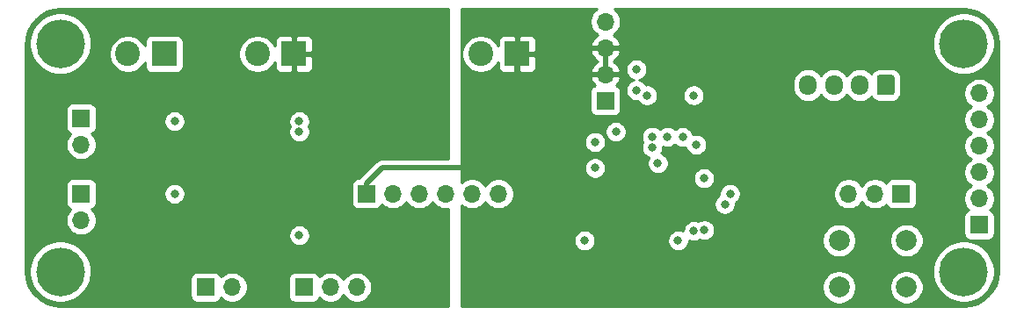
<source format=gbr>
G04 #@! TF.GenerationSoftware,KiCad,Pcbnew,5.1.10-88a1d61d58~90~ubuntu21.04.1*
G04 #@! TF.CreationDate,2021-09-07T13:04:00+02:00*
G04 #@! TF.ProjectId,DccDecoder,44636344-6563-46f6-9465-722e6b696361,rev?*
G04 #@! TF.SameCoordinates,Original*
G04 #@! TF.FileFunction,Copper,L3,Inr*
G04 #@! TF.FilePolarity,Positive*
%FSLAX46Y46*%
G04 Gerber Fmt 4.6, Leading zero omitted, Abs format (unit mm)*
G04 Created by KiCad (PCBNEW 5.1.10-88a1d61d58~90~ubuntu21.04.1) date 2021-09-07 13:04:00*
%MOMM*%
%LPD*%
G01*
G04 APERTURE LIST*
G04 #@! TA.AperFunction,ComponentPad*
%ADD10O,1.700000X1.700000*%
G04 #@! TD*
G04 #@! TA.AperFunction,ComponentPad*
%ADD11R,1.700000X1.700000*%
G04 #@! TD*
G04 #@! TA.AperFunction,ComponentPad*
%ADD12C,4.700000*%
G04 #@! TD*
G04 #@! TA.AperFunction,ComponentPad*
%ADD13C,2.000000*%
G04 #@! TD*
G04 #@! TA.AperFunction,ComponentPad*
%ADD14R,2.400000X2.400000*%
G04 #@! TD*
G04 #@! TA.AperFunction,ComponentPad*
%ADD15C,2.400000*%
G04 #@! TD*
G04 #@! TA.AperFunction,ComponentPad*
%ADD16O,1.700000X1.950000*%
G04 #@! TD*
G04 #@! TA.AperFunction,ViaPad*
%ADD17C,0.800000*%
G04 #@! TD*
G04 #@! TA.AperFunction,Conductor*
%ADD18C,0.500000*%
G04 #@! TD*
G04 #@! TA.AperFunction,Conductor*
%ADD19C,0.254000*%
G04 #@! TD*
G04 #@! TA.AperFunction,Conductor*
%ADD20C,0.100000*%
G04 #@! TD*
G04 APERTURE END LIST*
D10*
X81500000Y-41880000D03*
X81500000Y-44420000D03*
X81500000Y-46960000D03*
D11*
X81500000Y-49500000D03*
D10*
X45540000Y-67500000D03*
D11*
X43000000Y-67500000D03*
D10*
X57540000Y-67500000D03*
X55000000Y-67500000D03*
D11*
X52460000Y-67500000D03*
D10*
X31000000Y-61040000D03*
D11*
X31000000Y-58500000D03*
D10*
X30995000Y-53755000D03*
D11*
X30995000Y-51215000D03*
X110000000Y-58500000D03*
D10*
X107460000Y-58500000D03*
X104920000Y-58500000D03*
X117500000Y-48800000D03*
X117500000Y-51340000D03*
X117500000Y-53880000D03*
X117500000Y-56420000D03*
X117500000Y-58960000D03*
D11*
X117500000Y-61500000D03*
X58500000Y-58500000D03*
D10*
X61040000Y-58500000D03*
X63580000Y-58500000D03*
X66120000Y-58500000D03*
X68660000Y-58500000D03*
X71200000Y-58500000D03*
D12*
X116000000Y-66000000D03*
X29000000Y-66000000D03*
X29000000Y-44000000D03*
X116000000Y-44000000D03*
D13*
X104000000Y-67500000D03*
X104000000Y-63000000D03*
X110500000Y-67500000D03*
X110500000Y-63000000D03*
D14*
X39000000Y-45000000D03*
D15*
X35500000Y-45000000D03*
D14*
X73000000Y-45000000D03*
D15*
X69500000Y-45000000D03*
D14*
X51500000Y-45000000D03*
D15*
X48000000Y-45000000D03*
D16*
X101000000Y-48000000D03*
X103500000Y-48000000D03*
X106000000Y-48000000D03*
G04 #@! TA.AperFunction,ComponentPad*
G36*
G01*
X109350000Y-47275000D02*
X109350000Y-48725000D01*
G75*
G02*
X109100000Y-48975000I-250000J0D01*
G01*
X107900000Y-48975000D01*
G75*
G02*
X107650000Y-48725000I0J250000D01*
G01*
X107650000Y-47275000D01*
G75*
G02*
X107900000Y-47025000I250000J0D01*
G01*
X109100000Y-47025000D01*
G75*
G02*
X109350000Y-47275000I0J-250000D01*
G01*
G37*
G04 #@! TD.AperFunction*
D17*
X40000000Y-58500000D03*
X40000000Y-51500000D03*
X34000000Y-63000000D03*
X64500000Y-62000000D03*
X63000000Y-42000000D03*
X101000000Y-56500000D03*
X93000000Y-42500000D03*
X95500000Y-47000000D03*
X113000000Y-64000000D03*
X106500000Y-54124990D03*
X84666629Y-61666629D03*
X88500000Y-63000000D03*
X84500000Y-46500000D03*
X87479978Y-53000000D03*
X84500000Y-48500000D03*
X86000000Y-53000000D03*
X86549154Y-55549154D03*
X90000000Y-49000000D03*
X85500000Y-49000000D03*
X93500000Y-58500000D03*
X93000000Y-59500000D03*
X88929990Y-53009065D03*
X90250000Y-53750000D03*
X82500000Y-52500000D03*
X52000000Y-51500000D03*
X86000000Y-54000000D03*
X52000000Y-52500000D03*
X90012653Y-62081702D03*
X91012572Y-62000161D03*
X52000000Y-62500000D03*
X80500000Y-53500000D03*
X80500000Y-56000000D03*
X91000000Y-57000000D03*
X79500000Y-62999998D03*
D18*
X73000000Y-53500000D02*
X73000000Y-45000000D01*
X70500000Y-56000000D02*
X73000000Y-53500000D01*
X60000000Y-56000000D02*
X70500000Y-56000000D01*
X58500000Y-57500000D02*
X60000000Y-56000000D01*
X58500000Y-58500000D02*
X58500000Y-57500000D01*
D19*
X80553368Y-40726525D02*
X80346525Y-40933368D01*
X80184010Y-41176589D01*
X80072068Y-41446842D01*
X80015000Y-41733740D01*
X80015000Y-42026260D01*
X80072068Y-42313158D01*
X80184010Y-42583411D01*
X80346525Y-42826632D01*
X80553368Y-43033475D01*
X80735534Y-43155195D01*
X80618645Y-43224822D01*
X80402412Y-43419731D01*
X80228359Y-43653080D01*
X80103175Y-43915901D01*
X80058524Y-44063110D01*
X80179845Y-44293000D01*
X81373000Y-44293000D01*
X81373000Y-44273000D01*
X81627000Y-44273000D01*
X81627000Y-44293000D01*
X82820155Y-44293000D01*
X82941476Y-44063110D01*
X82896825Y-43915901D01*
X82796849Y-43706003D01*
X113015000Y-43706003D01*
X113015000Y-44293997D01*
X113129712Y-44870692D01*
X113354727Y-45413928D01*
X113681399Y-45902826D01*
X114097174Y-46318601D01*
X114586072Y-46645273D01*
X115129308Y-46870288D01*
X115706003Y-46985000D01*
X116293997Y-46985000D01*
X116870692Y-46870288D01*
X117413928Y-46645273D01*
X117902826Y-46318601D01*
X118318601Y-45902826D01*
X118645273Y-45413928D01*
X118870288Y-44870692D01*
X118985000Y-44293997D01*
X118985000Y-43706003D01*
X118870288Y-43129308D01*
X118645273Y-42586072D01*
X118318601Y-42097174D01*
X117902826Y-41681399D01*
X117413928Y-41354727D01*
X116870692Y-41129712D01*
X116293997Y-41015000D01*
X115706003Y-41015000D01*
X115129308Y-41129712D01*
X114586072Y-41354727D01*
X114097174Y-41681399D01*
X113681399Y-42097174D01*
X113354727Y-42586072D01*
X113129712Y-43129308D01*
X113015000Y-43706003D01*
X82796849Y-43706003D01*
X82771641Y-43653080D01*
X82597588Y-43419731D01*
X82381355Y-43224822D01*
X82264466Y-43155195D01*
X82446632Y-43033475D01*
X82653475Y-42826632D01*
X82815990Y-42583411D01*
X82927932Y-42313158D01*
X82985000Y-42026260D01*
X82985000Y-41733740D01*
X82927932Y-41446842D01*
X82815990Y-41176589D01*
X82653475Y-40933368D01*
X82446632Y-40726525D01*
X82347070Y-40660000D01*
X115967722Y-40660000D01*
X116648126Y-40726714D01*
X117271572Y-40914943D01*
X117846579Y-41220681D01*
X118351247Y-41632279D01*
X118766362Y-42134067D01*
X119076105Y-42706924D01*
X119268682Y-43329039D01*
X119340000Y-44007584D01*
X119340001Y-65967711D01*
X119273286Y-66648126D01*
X119085057Y-67271570D01*
X118779323Y-67846573D01*
X118367721Y-68351248D01*
X117865933Y-68766362D01*
X117293077Y-69076104D01*
X116670961Y-69268682D01*
X115992417Y-69340000D01*
X67627000Y-69340000D01*
X67627000Y-67338967D01*
X102365000Y-67338967D01*
X102365000Y-67661033D01*
X102427832Y-67976912D01*
X102551082Y-68274463D01*
X102730013Y-68542252D01*
X102957748Y-68769987D01*
X103225537Y-68948918D01*
X103523088Y-69072168D01*
X103838967Y-69135000D01*
X104161033Y-69135000D01*
X104476912Y-69072168D01*
X104774463Y-68948918D01*
X105042252Y-68769987D01*
X105269987Y-68542252D01*
X105448918Y-68274463D01*
X105572168Y-67976912D01*
X105635000Y-67661033D01*
X105635000Y-67338967D01*
X108865000Y-67338967D01*
X108865000Y-67661033D01*
X108927832Y-67976912D01*
X109051082Y-68274463D01*
X109230013Y-68542252D01*
X109457748Y-68769987D01*
X109725537Y-68948918D01*
X110023088Y-69072168D01*
X110338967Y-69135000D01*
X110661033Y-69135000D01*
X110976912Y-69072168D01*
X111274463Y-68948918D01*
X111542252Y-68769987D01*
X111769987Y-68542252D01*
X111948918Y-68274463D01*
X112072168Y-67976912D01*
X112135000Y-67661033D01*
X112135000Y-67338967D01*
X112072168Y-67023088D01*
X111948918Y-66725537D01*
X111769987Y-66457748D01*
X111542252Y-66230013D01*
X111274463Y-66051082D01*
X110976912Y-65927832D01*
X110661033Y-65865000D01*
X110338967Y-65865000D01*
X110023088Y-65927832D01*
X109725537Y-66051082D01*
X109457748Y-66230013D01*
X109230013Y-66457748D01*
X109051082Y-66725537D01*
X108927832Y-67023088D01*
X108865000Y-67338967D01*
X105635000Y-67338967D01*
X105572168Y-67023088D01*
X105448918Y-66725537D01*
X105269987Y-66457748D01*
X105042252Y-66230013D01*
X104774463Y-66051082D01*
X104476912Y-65927832D01*
X104161033Y-65865000D01*
X103838967Y-65865000D01*
X103523088Y-65927832D01*
X103225537Y-66051082D01*
X102957748Y-66230013D01*
X102730013Y-66457748D01*
X102551082Y-66725537D01*
X102427832Y-67023088D01*
X102365000Y-67338967D01*
X67627000Y-67338967D01*
X67627000Y-65706003D01*
X113015000Y-65706003D01*
X113015000Y-66293997D01*
X113129712Y-66870692D01*
X113354727Y-67413928D01*
X113681399Y-67902826D01*
X114097174Y-68318601D01*
X114586072Y-68645273D01*
X115129308Y-68870288D01*
X115706003Y-68985000D01*
X116293997Y-68985000D01*
X116870692Y-68870288D01*
X117413928Y-68645273D01*
X117902826Y-68318601D01*
X118318601Y-67902826D01*
X118645273Y-67413928D01*
X118870288Y-66870692D01*
X118985000Y-66293997D01*
X118985000Y-65706003D01*
X118870288Y-65129308D01*
X118645273Y-64586072D01*
X118318601Y-64097174D01*
X117902826Y-63681399D01*
X117413928Y-63354727D01*
X116870692Y-63129712D01*
X116293997Y-63015000D01*
X115706003Y-63015000D01*
X115129308Y-63129712D01*
X114586072Y-63354727D01*
X114097174Y-63681399D01*
X113681399Y-64097174D01*
X113354727Y-64586072D01*
X113129712Y-65129308D01*
X113015000Y-65706003D01*
X67627000Y-65706003D01*
X67627000Y-62898059D01*
X78465000Y-62898059D01*
X78465000Y-63101937D01*
X78504774Y-63301896D01*
X78582795Y-63490254D01*
X78696063Y-63659772D01*
X78840226Y-63803935D01*
X79009744Y-63917203D01*
X79198102Y-63995224D01*
X79398061Y-64034998D01*
X79601939Y-64034998D01*
X79801898Y-63995224D01*
X79990256Y-63917203D01*
X80159774Y-63803935D01*
X80303937Y-63659772D01*
X80417205Y-63490254D01*
X80495226Y-63301896D01*
X80535000Y-63101937D01*
X80535000Y-62898061D01*
X87465000Y-62898061D01*
X87465000Y-63101939D01*
X87504774Y-63301898D01*
X87582795Y-63490256D01*
X87696063Y-63659774D01*
X87840226Y-63803937D01*
X88009744Y-63917205D01*
X88198102Y-63995226D01*
X88398061Y-64035000D01*
X88601939Y-64035000D01*
X88801898Y-63995226D01*
X88990256Y-63917205D01*
X89159774Y-63803937D01*
X89303937Y-63659774D01*
X89417205Y-63490256D01*
X89495226Y-63301898D01*
X89535000Y-63101939D01*
X89535000Y-63004127D01*
X89710755Y-63076928D01*
X89910714Y-63116702D01*
X90114592Y-63116702D01*
X90314551Y-63076928D01*
X90502909Y-62998907D01*
X90585670Y-62943608D01*
X90710674Y-62995387D01*
X90910633Y-63035161D01*
X91114511Y-63035161D01*
X91314470Y-62995387D01*
X91502828Y-62917366D01*
X91620160Y-62838967D01*
X102365000Y-62838967D01*
X102365000Y-63161033D01*
X102427832Y-63476912D01*
X102551082Y-63774463D01*
X102730013Y-64042252D01*
X102957748Y-64269987D01*
X103225537Y-64448918D01*
X103523088Y-64572168D01*
X103838967Y-64635000D01*
X104161033Y-64635000D01*
X104476912Y-64572168D01*
X104774463Y-64448918D01*
X105042252Y-64269987D01*
X105269987Y-64042252D01*
X105448918Y-63774463D01*
X105572168Y-63476912D01*
X105635000Y-63161033D01*
X105635000Y-62838967D01*
X108865000Y-62838967D01*
X108865000Y-63161033D01*
X108927832Y-63476912D01*
X109051082Y-63774463D01*
X109230013Y-64042252D01*
X109457748Y-64269987D01*
X109725537Y-64448918D01*
X110023088Y-64572168D01*
X110338967Y-64635000D01*
X110661033Y-64635000D01*
X110976912Y-64572168D01*
X111274463Y-64448918D01*
X111542252Y-64269987D01*
X111769987Y-64042252D01*
X111948918Y-63774463D01*
X112072168Y-63476912D01*
X112135000Y-63161033D01*
X112135000Y-62838967D01*
X112072168Y-62523088D01*
X111948918Y-62225537D01*
X111769987Y-61957748D01*
X111542252Y-61730013D01*
X111274463Y-61551082D01*
X110976912Y-61427832D01*
X110661033Y-61365000D01*
X110338967Y-61365000D01*
X110023088Y-61427832D01*
X109725537Y-61551082D01*
X109457748Y-61730013D01*
X109230013Y-61957748D01*
X109051082Y-62225537D01*
X108927832Y-62523088D01*
X108865000Y-62838967D01*
X105635000Y-62838967D01*
X105572168Y-62523088D01*
X105448918Y-62225537D01*
X105269987Y-61957748D01*
X105042252Y-61730013D01*
X104774463Y-61551082D01*
X104476912Y-61427832D01*
X104161033Y-61365000D01*
X103838967Y-61365000D01*
X103523088Y-61427832D01*
X103225537Y-61551082D01*
X102957748Y-61730013D01*
X102730013Y-61957748D01*
X102551082Y-62225537D01*
X102427832Y-62523088D01*
X102365000Y-62838967D01*
X91620160Y-62838967D01*
X91672346Y-62804098D01*
X91816509Y-62659935D01*
X91929777Y-62490417D01*
X92007798Y-62302059D01*
X92047572Y-62102100D01*
X92047572Y-61898222D01*
X92007798Y-61698263D01*
X91929777Y-61509905D01*
X91816509Y-61340387D01*
X91672346Y-61196224D01*
X91502828Y-61082956D01*
X91314470Y-61004935D01*
X91114511Y-60965161D01*
X90910633Y-60965161D01*
X90710674Y-61004935D01*
X90522316Y-61082956D01*
X90439555Y-61138255D01*
X90314551Y-61086476D01*
X90114592Y-61046702D01*
X89910714Y-61046702D01*
X89710755Y-61086476D01*
X89522397Y-61164497D01*
X89352879Y-61277765D01*
X89208716Y-61421928D01*
X89095448Y-61591446D01*
X89017427Y-61779804D01*
X88977653Y-61979763D01*
X88977653Y-62077575D01*
X88801898Y-62004774D01*
X88601939Y-61965000D01*
X88398061Y-61965000D01*
X88198102Y-62004774D01*
X88009744Y-62082795D01*
X87840226Y-62196063D01*
X87696063Y-62340226D01*
X87582795Y-62509744D01*
X87504774Y-62698102D01*
X87465000Y-62898061D01*
X80535000Y-62898061D01*
X80535000Y-62898059D01*
X80495226Y-62698100D01*
X80417205Y-62509742D01*
X80303937Y-62340224D01*
X80159774Y-62196061D01*
X79990256Y-62082793D01*
X79801898Y-62004772D01*
X79601939Y-61964998D01*
X79398061Y-61964998D01*
X79198102Y-62004772D01*
X79009744Y-62082793D01*
X78840226Y-62196061D01*
X78696063Y-62340224D01*
X78582795Y-62509742D01*
X78504774Y-62698100D01*
X78465000Y-62898059D01*
X67627000Y-62898059D01*
X67627000Y-60650000D01*
X116011928Y-60650000D01*
X116011928Y-62350000D01*
X116024188Y-62474482D01*
X116060498Y-62594180D01*
X116119463Y-62704494D01*
X116198815Y-62801185D01*
X116295506Y-62880537D01*
X116405820Y-62939502D01*
X116525518Y-62975812D01*
X116650000Y-62988072D01*
X118350000Y-62988072D01*
X118474482Y-62975812D01*
X118594180Y-62939502D01*
X118704494Y-62880537D01*
X118801185Y-62801185D01*
X118880537Y-62704494D01*
X118939502Y-62594180D01*
X118975812Y-62474482D01*
X118988072Y-62350000D01*
X118988072Y-60650000D01*
X118975812Y-60525518D01*
X118939502Y-60405820D01*
X118880537Y-60295506D01*
X118801185Y-60198815D01*
X118704494Y-60119463D01*
X118594180Y-60060498D01*
X118521620Y-60038487D01*
X118653475Y-59906632D01*
X118815990Y-59663411D01*
X118927932Y-59393158D01*
X118985000Y-59106260D01*
X118985000Y-58813740D01*
X118927932Y-58526842D01*
X118815990Y-58256589D01*
X118653475Y-58013368D01*
X118446632Y-57806525D01*
X118272240Y-57690000D01*
X118446632Y-57573475D01*
X118653475Y-57366632D01*
X118815990Y-57123411D01*
X118927932Y-56853158D01*
X118985000Y-56566260D01*
X118985000Y-56273740D01*
X118927932Y-55986842D01*
X118815990Y-55716589D01*
X118653475Y-55473368D01*
X118446632Y-55266525D01*
X118272240Y-55150000D01*
X118446632Y-55033475D01*
X118653475Y-54826632D01*
X118815990Y-54583411D01*
X118927932Y-54313158D01*
X118985000Y-54026260D01*
X118985000Y-53733740D01*
X118927932Y-53446842D01*
X118815990Y-53176589D01*
X118653475Y-52933368D01*
X118446632Y-52726525D01*
X118272240Y-52610000D01*
X118446632Y-52493475D01*
X118653475Y-52286632D01*
X118815990Y-52043411D01*
X118927932Y-51773158D01*
X118985000Y-51486260D01*
X118985000Y-51193740D01*
X118927932Y-50906842D01*
X118815990Y-50636589D01*
X118653475Y-50393368D01*
X118446632Y-50186525D01*
X118272240Y-50070000D01*
X118446632Y-49953475D01*
X118653475Y-49746632D01*
X118815990Y-49503411D01*
X118927932Y-49233158D01*
X118985000Y-48946260D01*
X118985000Y-48653740D01*
X118927932Y-48366842D01*
X118815990Y-48096589D01*
X118653475Y-47853368D01*
X118446632Y-47646525D01*
X118203411Y-47484010D01*
X117933158Y-47372068D01*
X117646260Y-47315000D01*
X117353740Y-47315000D01*
X117066842Y-47372068D01*
X116796589Y-47484010D01*
X116553368Y-47646525D01*
X116346525Y-47853368D01*
X116184010Y-48096589D01*
X116072068Y-48366842D01*
X116015000Y-48653740D01*
X116015000Y-48946260D01*
X116072068Y-49233158D01*
X116184010Y-49503411D01*
X116346525Y-49746632D01*
X116553368Y-49953475D01*
X116727760Y-50070000D01*
X116553368Y-50186525D01*
X116346525Y-50393368D01*
X116184010Y-50636589D01*
X116072068Y-50906842D01*
X116015000Y-51193740D01*
X116015000Y-51486260D01*
X116072068Y-51773158D01*
X116184010Y-52043411D01*
X116346525Y-52286632D01*
X116553368Y-52493475D01*
X116727760Y-52610000D01*
X116553368Y-52726525D01*
X116346525Y-52933368D01*
X116184010Y-53176589D01*
X116072068Y-53446842D01*
X116015000Y-53733740D01*
X116015000Y-54026260D01*
X116072068Y-54313158D01*
X116184010Y-54583411D01*
X116346525Y-54826632D01*
X116553368Y-55033475D01*
X116727760Y-55150000D01*
X116553368Y-55266525D01*
X116346525Y-55473368D01*
X116184010Y-55716589D01*
X116072068Y-55986842D01*
X116015000Y-56273740D01*
X116015000Y-56566260D01*
X116072068Y-56853158D01*
X116184010Y-57123411D01*
X116346525Y-57366632D01*
X116553368Y-57573475D01*
X116727760Y-57690000D01*
X116553368Y-57806525D01*
X116346525Y-58013368D01*
X116184010Y-58256589D01*
X116072068Y-58526842D01*
X116015000Y-58813740D01*
X116015000Y-59106260D01*
X116072068Y-59393158D01*
X116184010Y-59663411D01*
X116346525Y-59906632D01*
X116478380Y-60038487D01*
X116405820Y-60060498D01*
X116295506Y-60119463D01*
X116198815Y-60198815D01*
X116119463Y-60295506D01*
X116060498Y-60405820D01*
X116024188Y-60525518D01*
X116011928Y-60650000D01*
X67627000Y-60650000D01*
X67627000Y-59567107D01*
X67713368Y-59653475D01*
X67956589Y-59815990D01*
X68226842Y-59927932D01*
X68513740Y-59985000D01*
X68806260Y-59985000D01*
X69093158Y-59927932D01*
X69363411Y-59815990D01*
X69606632Y-59653475D01*
X69813475Y-59446632D01*
X69930000Y-59272240D01*
X70046525Y-59446632D01*
X70253368Y-59653475D01*
X70496589Y-59815990D01*
X70766842Y-59927932D01*
X71053740Y-59985000D01*
X71346260Y-59985000D01*
X71633158Y-59927932D01*
X71903411Y-59815990D01*
X72146632Y-59653475D01*
X72353475Y-59446632D01*
X72385929Y-59398061D01*
X91965000Y-59398061D01*
X91965000Y-59601939D01*
X92004774Y-59801898D01*
X92082795Y-59990256D01*
X92196063Y-60159774D01*
X92340226Y-60303937D01*
X92509744Y-60417205D01*
X92698102Y-60495226D01*
X92898061Y-60535000D01*
X93101939Y-60535000D01*
X93301898Y-60495226D01*
X93490256Y-60417205D01*
X93659774Y-60303937D01*
X93803937Y-60159774D01*
X93917205Y-59990256D01*
X93995226Y-59801898D01*
X94035000Y-59601939D01*
X94035000Y-59398061D01*
X94033112Y-59388570D01*
X94159774Y-59303937D01*
X94303937Y-59159774D01*
X94417205Y-58990256D01*
X94495226Y-58801898D01*
X94535000Y-58601939D01*
X94535000Y-58398061D01*
X94526185Y-58353740D01*
X103435000Y-58353740D01*
X103435000Y-58646260D01*
X103492068Y-58933158D01*
X103604010Y-59203411D01*
X103766525Y-59446632D01*
X103973368Y-59653475D01*
X104216589Y-59815990D01*
X104486842Y-59927932D01*
X104773740Y-59985000D01*
X105066260Y-59985000D01*
X105353158Y-59927932D01*
X105623411Y-59815990D01*
X105866632Y-59653475D01*
X106073475Y-59446632D01*
X106190000Y-59272240D01*
X106306525Y-59446632D01*
X106513368Y-59653475D01*
X106756589Y-59815990D01*
X107026842Y-59927932D01*
X107313740Y-59985000D01*
X107606260Y-59985000D01*
X107893158Y-59927932D01*
X108163411Y-59815990D01*
X108406632Y-59653475D01*
X108538487Y-59521620D01*
X108560498Y-59594180D01*
X108619463Y-59704494D01*
X108698815Y-59801185D01*
X108795506Y-59880537D01*
X108905820Y-59939502D01*
X109025518Y-59975812D01*
X109150000Y-59988072D01*
X110850000Y-59988072D01*
X110974482Y-59975812D01*
X111094180Y-59939502D01*
X111204494Y-59880537D01*
X111301185Y-59801185D01*
X111380537Y-59704494D01*
X111439502Y-59594180D01*
X111475812Y-59474482D01*
X111488072Y-59350000D01*
X111488072Y-57650000D01*
X111475812Y-57525518D01*
X111439502Y-57405820D01*
X111380537Y-57295506D01*
X111301185Y-57198815D01*
X111204494Y-57119463D01*
X111094180Y-57060498D01*
X110974482Y-57024188D01*
X110850000Y-57011928D01*
X109150000Y-57011928D01*
X109025518Y-57024188D01*
X108905820Y-57060498D01*
X108795506Y-57119463D01*
X108698815Y-57198815D01*
X108619463Y-57295506D01*
X108560498Y-57405820D01*
X108538487Y-57478380D01*
X108406632Y-57346525D01*
X108163411Y-57184010D01*
X107893158Y-57072068D01*
X107606260Y-57015000D01*
X107313740Y-57015000D01*
X107026842Y-57072068D01*
X106756589Y-57184010D01*
X106513368Y-57346525D01*
X106306525Y-57553368D01*
X106190000Y-57727760D01*
X106073475Y-57553368D01*
X105866632Y-57346525D01*
X105623411Y-57184010D01*
X105353158Y-57072068D01*
X105066260Y-57015000D01*
X104773740Y-57015000D01*
X104486842Y-57072068D01*
X104216589Y-57184010D01*
X103973368Y-57346525D01*
X103766525Y-57553368D01*
X103604010Y-57796589D01*
X103492068Y-58066842D01*
X103435000Y-58353740D01*
X94526185Y-58353740D01*
X94495226Y-58198102D01*
X94417205Y-58009744D01*
X94303937Y-57840226D01*
X94159774Y-57696063D01*
X93990256Y-57582795D01*
X93801898Y-57504774D01*
X93601939Y-57465000D01*
X93398061Y-57465000D01*
X93198102Y-57504774D01*
X93009744Y-57582795D01*
X92840226Y-57696063D01*
X92696063Y-57840226D01*
X92582795Y-58009744D01*
X92504774Y-58198102D01*
X92465000Y-58398061D01*
X92465000Y-58601939D01*
X92466888Y-58611430D01*
X92340226Y-58696063D01*
X92196063Y-58840226D01*
X92082795Y-59009744D01*
X92004774Y-59198102D01*
X91965000Y-59398061D01*
X72385929Y-59398061D01*
X72515990Y-59203411D01*
X72627932Y-58933158D01*
X72685000Y-58646260D01*
X72685000Y-58353740D01*
X72627932Y-58066842D01*
X72515990Y-57796589D01*
X72353475Y-57553368D01*
X72146632Y-57346525D01*
X71903411Y-57184010D01*
X71633158Y-57072068D01*
X71346260Y-57015000D01*
X71053740Y-57015000D01*
X70766842Y-57072068D01*
X70496589Y-57184010D01*
X70253368Y-57346525D01*
X70046525Y-57553368D01*
X69930000Y-57727760D01*
X69813475Y-57553368D01*
X69606632Y-57346525D01*
X69363411Y-57184010D01*
X69093158Y-57072068D01*
X68806260Y-57015000D01*
X68513740Y-57015000D01*
X68226842Y-57072068D01*
X67956589Y-57184010D01*
X67713368Y-57346525D01*
X67627000Y-57432893D01*
X67627000Y-55898061D01*
X79465000Y-55898061D01*
X79465000Y-56101939D01*
X79504774Y-56301898D01*
X79582795Y-56490256D01*
X79696063Y-56659774D01*
X79840226Y-56803937D01*
X80009744Y-56917205D01*
X80198102Y-56995226D01*
X80398061Y-57035000D01*
X80601939Y-57035000D01*
X80801898Y-56995226D01*
X80990256Y-56917205D01*
X81018907Y-56898061D01*
X89965000Y-56898061D01*
X89965000Y-57101939D01*
X90004774Y-57301898D01*
X90082795Y-57490256D01*
X90196063Y-57659774D01*
X90340226Y-57803937D01*
X90509744Y-57917205D01*
X90698102Y-57995226D01*
X90898061Y-58035000D01*
X91101939Y-58035000D01*
X91301898Y-57995226D01*
X91490256Y-57917205D01*
X91659774Y-57803937D01*
X91803937Y-57659774D01*
X91917205Y-57490256D01*
X91995226Y-57301898D01*
X92035000Y-57101939D01*
X92035000Y-56898061D01*
X91995226Y-56698102D01*
X91917205Y-56509744D01*
X91803937Y-56340226D01*
X91659774Y-56196063D01*
X91490256Y-56082795D01*
X91301898Y-56004774D01*
X91101939Y-55965000D01*
X90898061Y-55965000D01*
X90698102Y-56004774D01*
X90509744Y-56082795D01*
X90340226Y-56196063D01*
X90196063Y-56340226D01*
X90082795Y-56509744D01*
X90004774Y-56698102D01*
X89965000Y-56898061D01*
X81018907Y-56898061D01*
X81159774Y-56803937D01*
X81303937Y-56659774D01*
X81417205Y-56490256D01*
X81495226Y-56301898D01*
X81535000Y-56101939D01*
X81535000Y-55898061D01*
X81495226Y-55698102D01*
X81417205Y-55509744D01*
X81303937Y-55340226D01*
X81159774Y-55196063D01*
X80990256Y-55082795D01*
X80801898Y-55004774D01*
X80601939Y-54965000D01*
X80398061Y-54965000D01*
X80198102Y-55004774D01*
X80009744Y-55082795D01*
X79840226Y-55196063D01*
X79696063Y-55340226D01*
X79582795Y-55509744D01*
X79504774Y-55698102D01*
X79465000Y-55898061D01*
X67627000Y-55898061D01*
X67627000Y-53398061D01*
X79465000Y-53398061D01*
X79465000Y-53601939D01*
X79504774Y-53801898D01*
X79582795Y-53990256D01*
X79696063Y-54159774D01*
X79840226Y-54303937D01*
X80009744Y-54417205D01*
X80198102Y-54495226D01*
X80398061Y-54535000D01*
X80601939Y-54535000D01*
X80801898Y-54495226D01*
X80990256Y-54417205D01*
X81159774Y-54303937D01*
X81303937Y-54159774D01*
X81417205Y-53990256D01*
X81495226Y-53801898D01*
X81535000Y-53601939D01*
X81535000Y-53398061D01*
X81495226Y-53198102D01*
X81417205Y-53009744D01*
X81303937Y-52840226D01*
X81159774Y-52696063D01*
X80990256Y-52582795D01*
X80801898Y-52504774D01*
X80601939Y-52465000D01*
X80398061Y-52465000D01*
X80198102Y-52504774D01*
X80009744Y-52582795D01*
X79840226Y-52696063D01*
X79696063Y-52840226D01*
X79582795Y-53009744D01*
X79504774Y-53198102D01*
X79465000Y-53398061D01*
X67627000Y-53398061D01*
X67627000Y-52398061D01*
X81465000Y-52398061D01*
X81465000Y-52601939D01*
X81504774Y-52801898D01*
X81582795Y-52990256D01*
X81696063Y-53159774D01*
X81840226Y-53303937D01*
X82009744Y-53417205D01*
X82198102Y-53495226D01*
X82398061Y-53535000D01*
X82601939Y-53535000D01*
X82801898Y-53495226D01*
X82990256Y-53417205D01*
X83159774Y-53303937D01*
X83303937Y-53159774D01*
X83417205Y-52990256D01*
X83455393Y-52898061D01*
X84965000Y-52898061D01*
X84965000Y-53101939D01*
X85004774Y-53301898D01*
X85082795Y-53490256D01*
X85089306Y-53500000D01*
X85082795Y-53509744D01*
X85004774Y-53698102D01*
X84965000Y-53898061D01*
X84965000Y-54101939D01*
X85004774Y-54301898D01*
X85082795Y-54490256D01*
X85196063Y-54659774D01*
X85340226Y-54803937D01*
X85509744Y-54917205D01*
X85679611Y-54987567D01*
X85631949Y-55058898D01*
X85553928Y-55247256D01*
X85514154Y-55447215D01*
X85514154Y-55651093D01*
X85553928Y-55851052D01*
X85631949Y-56039410D01*
X85745217Y-56208928D01*
X85889380Y-56353091D01*
X86058898Y-56466359D01*
X86247256Y-56544380D01*
X86447215Y-56584154D01*
X86651093Y-56584154D01*
X86851052Y-56544380D01*
X87039410Y-56466359D01*
X87208928Y-56353091D01*
X87353091Y-56208928D01*
X87466359Y-56039410D01*
X87544380Y-55851052D01*
X87584154Y-55651093D01*
X87584154Y-55447215D01*
X87544380Y-55247256D01*
X87466359Y-55058898D01*
X87353091Y-54889380D01*
X87208928Y-54745217D01*
X87039410Y-54631949D01*
X86869543Y-54561587D01*
X86917205Y-54490256D01*
X86995226Y-54301898D01*
X87035000Y-54101939D01*
X87035000Y-53935960D01*
X87178080Y-53995226D01*
X87378039Y-54035000D01*
X87581917Y-54035000D01*
X87781876Y-53995226D01*
X87970234Y-53917205D01*
X88139752Y-53803937D01*
X88200452Y-53743238D01*
X88270216Y-53813002D01*
X88439734Y-53926270D01*
X88628092Y-54004291D01*
X88828051Y-54044065D01*
X89031929Y-54044065D01*
X89231888Y-54004291D01*
X89244283Y-53999157D01*
X89254774Y-54051898D01*
X89332795Y-54240256D01*
X89446063Y-54409774D01*
X89590226Y-54553937D01*
X89759744Y-54667205D01*
X89948102Y-54745226D01*
X90148061Y-54785000D01*
X90351939Y-54785000D01*
X90551898Y-54745226D01*
X90740256Y-54667205D01*
X90909774Y-54553937D01*
X91053937Y-54409774D01*
X91167205Y-54240256D01*
X91245226Y-54051898D01*
X91285000Y-53851939D01*
X91285000Y-53648061D01*
X91245226Y-53448102D01*
X91167205Y-53259744D01*
X91053937Y-53090226D01*
X90909774Y-52946063D01*
X90740256Y-52832795D01*
X90551898Y-52754774D01*
X90351939Y-52715000D01*
X90148061Y-52715000D01*
X89948102Y-52754774D01*
X89935707Y-52759908D01*
X89925216Y-52707167D01*
X89847195Y-52518809D01*
X89733927Y-52349291D01*
X89589764Y-52205128D01*
X89420246Y-52091860D01*
X89231888Y-52013839D01*
X89031929Y-51974065D01*
X88828051Y-51974065D01*
X88628092Y-52013839D01*
X88439734Y-52091860D01*
X88270216Y-52205128D01*
X88209517Y-52265828D01*
X88139752Y-52196063D01*
X87970234Y-52082795D01*
X87781876Y-52004774D01*
X87581917Y-51965000D01*
X87378039Y-51965000D01*
X87178080Y-52004774D01*
X86989722Y-52082795D01*
X86820204Y-52196063D01*
X86739989Y-52276278D01*
X86659774Y-52196063D01*
X86490256Y-52082795D01*
X86301898Y-52004774D01*
X86101939Y-51965000D01*
X85898061Y-51965000D01*
X85698102Y-52004774D01*
X85509744Y-52082795D01*
X85340226Y-52196063D01*
X85196063Y-52340226D01*
X85082795Y-52509744D01*
X85004774Y-52698102D01*
X84965000Y-52898061D01*
X83455393Y-52898061D01*
X83495226Y-52801898D01*
X83535000Y-52601939D01*
X83535000Y-52398061D01*
X83495226Y-52198102D01*
X83417205Y-52009744D01*
X83303937Y-51840226D01*
X83159774Y-51696063D01*
X82990256Y-51582795D01*
X82801898Y-51504774D01*
X82601939Y-51465000D01*
X82398061Y-51465000D01*
X82198102Y-51504774D01*
X82009744Y-51582795D01*
X81840226Y-51696063D01*
X81696063Y-51840226D01*
X81582795Y-52009744D01*
X81504774Y-52198102D01*
X81465000Y-52398061D01*
X67627000Y-52398061D01*
X67627000Y-48650000D01*
X80011928Y-48650000D01*
X80011928Y-50350000D01*
X80024188Y-50474482D01*
X80060498Y-50594180D01*
X80119463Y-50704494D01*
X80198815Y-50801185D01*
X80295506Y-50880537D01*
X80405820Y-50939502D01*
X80525518Y-50975812D01*
X80650000Y-50988072D01*
X82350000Y-50988072D01*
X82474482Y-50975812D01*
X82594180Y-50939502D01*
X82704494Y-50880537D01*
X82801185Y-50801185D01*
X82880537Y-50704494D01*
X82939502Y-50594180D01*
X82975812Y-50474482D01*
X82988072Y-50350000D01*
X82988072Y-48650000D01*
X82975812Y-48525518D01*
X82939502Y-48405820D01*
X82880537Y-48295506D01*
X82801185Y-48198815D01*
X82704494Y-48119463D01*
X82594180Y-48060498D01*
X82513534Y-48036034D01*
X82597588Y-47960269D01*
X82771641Y-47726920D01*
X82896825Y-47464099D01*
X82941476Y-47316890D01*
X82820155Y-47087000D01*
X81627000Y-47087000D01*
X81627000Y-47107000D01*
X81373000Y-47107000D01*
X81373000Y-47087000D01*
X80179845Y-47087000D01*
X80058524Y-47316890D01*
X80103175Y-47464099D01*
X80228359Y-47726920D01*
X80402412Y-47960269D01*
X80486466Y-48036034D01*
X80405820Y-48060498D01*
X80295506Y-48119463D01*
X80198815Y-48198815D01*
X80119463Y-48295506D01*
X80060498Y-48405820D01*
X80024188Y-48525518D01*
X80011928Y-48650000D01*
X67627000Y-48650000D01*
X67627000Y-44819268D01*
X67665000Y-44819268D01*
X67665000Y-45180732D01*
X67735518Y-45535250D01*
X67873844Y-45869199D01*
X68074662Y-46169744D01*
X68330256Y-46425338D01*
X68630801Y-46626156D01*
X68964750Y-46764482D01*
X69319268Y-46835000D01*
X69680732Y-46835000D01*
X70035250Y-46764482D01*
X70369199Y-46626156D01*
X70669744Y-46425338D01*
X70925338Y-46169744D01*
X71126156Y-45869199D01*
X71163341Y-45779426D01*
X71161928Y-46200000D01*
X71174188Y-46324482D01*
X71210498Y-46444180D01*
X71269463Y-46554494D01*
X71348815Y-46651185D01*
X71445506Y-46730537D01*
X71555820Y-46789502D01*
X71675518Y-46825812D01*
X71800000Y-46838072D01*
X72714250Y-46835000D01*
X72873000Y-46676250D01*
X72873000Y-45127000D01*
X73127000Y-45127000D01*
X73127000Y-46676250D01*
X73285750Y-46835000D01*
X74200000Y-46838072D01*
X74324482Y-46825812D01*
X74444180Y-46789502D01*
X74554494Y-46730537D01*
X74651185Y-46651185D01*
X74730537Y-46554494D01*
X74789502Y-46444180D01*
X74825812Y-46324482D01*
X74838072Y-46200000D01*
X74835000Y-45285750D01*
X74676250Y-45127000D01*
X73127000Y-45127000D01*
X72873000Y-45127000D01*
X72853000Y-45127000D01*
X72853000Y-44873000D01*
X72873000Y-44873000D01*
X72873000Y-43323750D01*
X73127000Y-43323750D01*
X73127000Y-44873000D01*
X74676250Y-44873000D01*
X74772360Y-44776890D01*
X80058524Y-44776890D01*
X80103175Y-44924099D01*
X80228359Y-45186920D01*
X80402412Y-45420269D01*
X80618645Y-45615178D01*
X80744255Y-45690000D01*
X80618645Y-45764822D01*
X80402412Y-45959731D01*
X80228359Y-46193080D01*
X80103175Y-46455901D01*
X80058524Y-46603110D01*
X80179845Y-46833000D01*
X81373000Y-46833000D01*
X81373000Y-44547000D01*
X81627000Y-44547000D01*
X81627000Y-46833000D01*
X82820155Y-46833000D01*
X82941476Y-46603110D01*
X82896825Y-46455901D01*
X82869276Y-46398061D01*
X83465000Y-46398061D01*
X83465000Y-46601939D01*
X83504774Y-46801898D01*
X83582795Y-46990256D01*
X83696063Y-47159774D01*
X83840226Y-47303937D01*
X84009744Y-47417205D01*
X84198102Y-47495226D01*
X84222103Y-47500000D01*
X84198102Y-47504774D01*
X84009744Y-47582795D01*
X83840226Y-47696063D01*
X83696063Y-47840226D01*
X83582795Y-48009744D01*
X83504774Y-48198102D01*
X83465000Y-48398061D01*
X83465000Y-48601939D01*
X83504774Y-48801898D01*
X83582795Y-48990256D01*
X83696063Y-49159774D01*
X83840226Y-49303937D01*
X84009744Y-49417205D01*
X84198102Y-49495226D01*
X84398061Y-49535000D01*
X84601939Y-49535000D01*
X84611430Y-49533112D01*
X84696063Y-49659774D01*
X84840226Y-49803937D01*
X85009744Y-49917205D01*
X85198102Y-49995226D01*
X85398061Y-50035000D01*
X85601939Y-50035000D01*
X85801898Y-49995226D01*
X85990256Y-49917205D01*
X86159774Y-49803937D01*
X86303937Y-49659774D01*
X86417205Y-49490256D01*
X86495226Y-49301898D01*
X86535000Y-49101939D01*
X86535000Y-48898061D01*
X88965000Y-48898061D01*
X88965000Y-49101939D01*
X89004774Y-49301898D01*
X89082795Y-49490256D01*
X89196063Y-49659774D01*
X89340226Y-49803937D01*
X89509744Y-49917205D01*
X89698102Y-49995226D01*
X89898061Y-50035000D01*
X90101939Y-50035000D01*
X90301898Y-49995226D01*
X90490256Y-49917205D01*
X90659774Y-49803937D01*
X90803937Y-49659774D01*
X90917205Y-49490256D01*
X90995226Y-49301898D01*
X91035000Y-49101939D01*
X91035000Y-48898061D01*
X90995226Y-48698102D01*
X90917205Y-48509744D01*
X90803937Y-48340226D01*
X90659774Y-48196063D01*
X90490256Y-48082795D01*
X90301898Y-48004774D01*
X90101939Y-47965000D01*
X89898061Y-47965000D01*
X89698102Y-48004774D01*
X89509744Y-48082795D01*
X89340226Y-48196063D01*
X89196063Y-48340226D01*
X89082795Y-48509744D01*
X89004774Y-48698102D01*
X88965000Y-48898061D01*
X86535000Y-48898061D01*
X86495226Y-48698102D01*
X86417205Y-48509744D01*
X86303937Y-48340226D01*
X86159774Y-48196063D01*
X85990256Y-48082795D01*
X85801898Y-48004774D01*
X85601939Y-47965000D01*
X85398061Y-47965000D01*
X85388570Y-47966888D01*
X85303937Y-47840226D01*
X85265761Y-47802050D01*
X99515000Y-47802050D01*
X99515000Y-48197949D01*
X99536487Y-48416110D01*
X99621401Y-48696033D01*
X99759294Y-48954013D01*
X99944866Y-49180134D01*
X100170986Y-49365706D01*
X100428966Y-49503599D01*
X100708889Y-49588513D01*
X101000000Y-49617185D01*
X101291110Y-49588513D01*
X101571033Y-49503599D01*
X101829013Y-49365706D01*
X102055134Y-49180134D01*
X102240706Y-48954014D01*
X102250000Y-48936626D01*
X102259294Y-48954013D01*
X102444866Y-49180134D01*
X102670986Y-49365706D01*
X102928966Y-49503599D01*
X103208889Y-49588513D01*
X103500000Y-49617185D01*
X103791110Y-49588513D01*
X104071033Y-49503599D01*
X104329013Y-49365706D01*
X104555134Y-49180134D01*
X104740706Y-48954014D01*
X104750000Y-48936626D01*
X104759294Y-48954013D01*
X104944866Y-49180134D01*
X105170986Y-49365706D01*
X105428966Y-49503599D01*
X105708889Y-49588513D01*
X106000000Y-49617185D01*
X106291110Y-49588513D01*
X106571033Y-49503599D01*
X106829013Y-49365706D01*
X107055134Y-49180134D01*
X107107223Y-49116663D01*
X107161595Y-49218386D01*
X107272038Y-49352962D01*
X107406614Y-49463405D01*
X107560150Y-49545472D01*
X107726746Y-49596008D01*
X107900000Y-49613072D01*
X109100000Y-49613072D01*
X109273254Y-49596008D01*
X109439850Y-49545472D01*
X109593386Y-49463405D01*
X109727962Y-49352962D01*
X109838405Y-49218386D01*
X109920472Y-49064850D01*
X109971008Y-48898254D01*
X109988072Y-48725000D01*
X109988072Y-47275000D01*
X109971008Y-47101746D01*
X109920472Y-46935150D01*
X109838405Y-46781614D01*
X109727962Y-46647038D01*
X109593386Y-46536595D01*
X109439850Y-46454528D01*
X109273254Y-46403992D01*
X109100000Y-46386928D01*
X107900000Y-46386928D01*
X107726746Y-46403992D01*
X107560150Y-46454528D01*
X107406614Y-46536595D01*
X107272038Y-46647038D01*
X107161595Y-46781614D01*
X107107223Y-46883337D01*
X107055134Y-46819866D01*
X106829014Y-46634294D01*
X106571034Y-46496401D01*
X106291111Y-46411487D01*
X106000000Y-46382815D01*
X105708890Y-46411487D01*
X105428967Y-46496401D01*
X105170987Y-46634294D01*
X104944866Y-46819866D01*
X104759294Y-47045986D01*
X104750000Y-47063374D01*
X104740706Y-47045986D01*
X104555134Y-46819866D01*
X104329014Y-46634294D01*
X104071034Y-46496401D01*
X103791111Y-46411487D01*
X103500000Y-46382815D01*
X103208890Y-46411487D01*
X102928967Y-46496401D01*
X102670987Y-46634294D01*
X102444866Y-46819866D01*
X102259294Y-47045986D01*
X102250000Y-47063374D01*
X102240706Y-47045986D01*
X102055134Y-46819866D01*
X101829014Y-46634294D01*
X101571034Y-46496401D01*
X101291111Y-46411487D01*
X101000000Y-46382815D01*
X100708890Y-46411487D01*
X100428967Y-46496401D01*
X100170987Y-46634294D01*
X99944866Y-46819866D01*
X99759294Y-47045986D01*
X99621401Y-47303966D01*
X99536487Y-47583889D01*
X99515000Y-47802050D01*
X85265761Y-47802050D01*
X85159774Y-47696063D01*
X84990256Y-47582795D01*
X84801898Y-47504774D01*
X84777897Y-47500000D01*
X84801898Y-47495226D01*
X84990256Y-47417205D01*
X85159774Y-47303937D01*
X85303937Y-47159774D01*
X85417205Y-46990256D01*
X85495226Y-46801898D01*
X85535000Y-46601939D01*
X85535000Y-46398061D01*
X85495226Y-46198102D01*
X85417205Y-46009744D01*
X85303937Y-45840226D01*
X85159774Y-45696063D01*
X84990256Y-45582795D01*
X84801898Y-45504774D01*
X84601939Y-45465000D01*
X84398061Y-45465000D01*
X84198102Y-45504774D01*
X84009744Y-45582795D01*
X83840226Y-45696063D01*
X83696063Y-45840226D01*
X83582795Y-46009744D01*
X83504774Y-46198102D01*
X83465000Y-46398061D01*
X82869276Y-46398061D01*
X82771641Y-46193080D01*
X82597588Y-45959731D01*
X82381355Y-45764822D01*
X82255745Y-45690000D01*
X82381355Y-45615178D01*
X82597588Y-45420269D01*
X82771641Y-45186920D01*
X82896825Y-44924099D01*
X82941476Y-44776890D01*
X82820155Y-44547000D01*
X81627000Y-44547000D01*
X81373000Y-44547000D01*
X80179845Y-44547000D01*
X80058524Y-44776890D01*
X74772360Y-44776890D01*
X74835000Y-44714250D01*
X74838072Y-43800000D01*
X74825812Y-43675518D01*
X74789502Y-43555820D01*
X74730537Y-43445506D01*
X74651185Y-43348815D01*
X74554494Y-43269463D01*
X74444180Y-43210498D01*
X74324482Y-43174188D01*
X74200000Y-43161928D01*
X73285750Y-43165000D01*
X73127000Y-43323750D01*
X72873000Y-43323750D01*
X72714250Y-43165000D01*
X71800000Y-43161928D01*
X71675518Y-43174188D01*
X71555820Y-43210498D01*
X71445506Y-43269463D01*
X71348815Y-43348815D01*
X71269463Y-43445506D01*
X71210498Y-43555820D01*
X71174188Y-43675518D01*
X71161928Y-43800000D01*
X71163341Y-44220574D01*
X71126156Y-44130801D01*
X70925338Y-43830256D01*
X70669744Y-43574662D01*
X70369199Y-43373844D01*
X70035250Y-43235518D01*
X69680732Y-43165000D01*
X69319268Y-43165000D01*
X68964750Y-43235518D01*
X68630801Y-43373844D01*
X68330256Y-43574662D01*
X68074662Y-43830256D01*
X67873844Y-44130801D01*
X67735518Y-44464750D01*
X67665000Y-44819268D01*
X67627000Y-44819268D01*
X67627000Y-40660000D01*
X80652930Y-40660000D01*
X80553368Y-40726525D01*
G04 #@! TA.AperFunction,Conductor*
D20*
G36*
X80553368Y-40726525D02*
G01*
X80346525Y-40933368D01*
X80184010Y-41176589D01*
X80072068Y-41446842D01*
X80015000Y-41733740D01*
X80015000Y-42026260D01*
X80072068Y-42313158D01*
X80184010Y-42583411D01*
X80346525Y-42826632D01*
X80553368Y-43033475D01*
X80735534Y-43155195D01*
X80618645Y-43224822D01*
X80402412Y-43419731D01*
X80228359Y-43653080D01*
X80103175Y-43915901D01*
X80058524Y-44063110D01*
X80179845Y-44293000D01*
X81373000Y-44293000D01*
X81373000Y-44273000D01*
X81627000Y-44273000D01*
X81627000Y-44293000D01*
X82820155Y-44293000D01*
X82941476Y-44063110D01*
X82896825Y-43915901D01*
X82796849Y-43706003D01*
X113015000Y-43706003D01*
X113015000Y-44293997D01*
X113129712Y-44870692D01*
X113354727Y-45413928D01*
X113681399Y-45902826D01*
X114097174Y-46318601D01*
X114586072Y-46645273D01*
X115129308Y-46870288D01*
X115706003Y-46985000D01*
X116293997Y-46985000D01*
X116870692Y-46870288D01*
X117413928Y-46645273D01*
X117902826Y-46318601D01*
X118318601Y-45902826D01*
X118645273Y-45413928D01*
X118870288Y-44870692D01*
X118985000Y-44293997D01*
X118985000Y-43706003D01*
X118870288Y-43129308D01*
X118645273Y-42586072D01*
X118318601Y-42097174D01*
X117902826Y-41681399D01*
X117413928Y-41354727D01*
X116870692Y-41129712D01*
X116293997Y-41015000D01*
X115706003Y-41015000D01*
X115129308Y-41129712D01*
X114586072Y-41354727D01*
X114097174Y-41681399D01*
X113681399Y-42097174D01*
X113354727Y-42586072D01*
X113129712Y-43129308D01*
X113015000Y-43706003D01*
X82796849Y-43706003D01*
X82771641Y-43653080D01*
X82597588Y-43419731D01*
X82381355Y-43224822D01*
X82264466Y-43155195D01*
X82446632Y-43033475D01*
X82653475Y-42826632D01*
X82815990Y-42583411D01*
X82927932Y-42313158D01*
X82985000Y-42026260D01*
X82985000Y-41733740D01*
X82927932Y-41446842D01*
X82815990Y-41176589D01*
X82653475Y-40933368D01*
X82446632Y-40726525D01*
X82347070Y-40660000D01*
X115967722Y-40660000D01*
X116648126Y-40726714D01*
X117271572Y-40914943D01*
X117846579Y-41220681D01*
X118351247Y-41632279D01*
X118766362Y-42134067D01*
X119076105Y-42706924D01*
X119268682Y-43329039D01*
X119340000Y-44007584D01*
X119340001Y-65967711D01*
X119273286Y-66648126D01*
X119085057Y-67271570D01*
X118779323Y-67846573D01*
X118367721Y-68351248D01*
X117865933Y-68766362D01*
X117293077Y-69076104D01*
X116670961Y-69268682D01*
X115992417Y-69340000D01*
X67627000Y-69340000D01*
X67627000Y-67338967D01*
X102365000Y-67338967D01*
X102365000Y-67661033D01*
X102427832Y-67976912D01*
X102551082Y-68274463D01*
X102730013Y-68542252D01*
X102957748Y-68769987D01*
X103225537Y-68948918D01*
X103523088Y-69072168D01*
X103838967Y-69135000D01*
X104161033Y-69135000D01*
X104476912Y-69072168D01*
X104774463Y-68948918D01*
X105042252Y-68769987D01*
X105269987Y-68542252D01*
X105448918Y-68274463D01*
X105572168Y-67976912D01*
X105635000Y-67661033D01*
X105635000Y-67338967D01*
X108865000Y-67338967D01*
X108865000Y-67661033D01*
X108927832Y-67976912D01*
X109051082Y-68274463D01*
X109230013Y-68542252D01*
X109457748Y-68769987D01*
X109725537Y-68948918D01*
X110023088Y-69072168D01*
X110338967Y-69135000D01*
X110661033Y-69135000D01*
X110976912Y-69072168D01*
X111274463Y-68948918D01*
X111542252Y-68769987D01*
X111769987Y-68542252D01*
X111948918Y-68274463D01*
X112072168Y-67976912D01*
X112135000Y-67661033D01*
X112135000Y-67338967D01*
X112072168Y-67023088D01*
X111948918Y-66725537D01*
X111769987Y-66457748D01*
X111542252Y-66230013D01*
X111274463Y-66051082D01*
X110976912Y-65927832D01*
X110661033Y-65865000D01*
X110338967Y-65865000D01*
X110023088Y-65927832D01*
X109725537Y-66051082D01*
X109457748Y-66230013D01*
X109230013Y-66457748D01*
X109051082Y-66725537D01*
X108927832Y-67023088D01*
X108865000Y-67338967D01*
X105635000Y-67338967D01*
X105572168Y-67023088D01*
X105448918Y-66725537D01*
X105269987Y-66457748D01*
X105042252Y-66230013D01*
X104774463Y-66051082D01*
X104476912Y-65927832D01*
X104161033Y-65865000D01*
X103838967Y-65865000D01*
X103523088Y-65927832D01*
X103225537Y-66051082D01*
X102957748Y-66230013D01*
X102730013Y-66457748D01*
X102551082Y-66725537D01*
X102427832Y-67023088D01*
X102365000Y-67338967D01*
X67627000Y-67338967D01*
X67627000Y-65706003D01*
X113015000Y-65706003D01*
X113015000Y-66293997D01*
X113129712Y-66870692D01*
X113354727Y-67413928D01*
X113681399Y-67902826D01*
X114097174Y-68318601D01*
X114586072Y-68645273D01*
X115129308Y-68870288D01*
X115706003Y-68985000D01*
X116293997Y-68985000D01*
X116870692Y-68870288D01*
X117413928Y-68645273D01*
X117902826Y-68318601D01*
X118318601Y-67902826D01*
X118645273Y-67413928D01*
X118870288Y-66870692D01*
X118985000Y-66293997D01*
X118985000Y-65706003D01*
X118870288Y-65129308D01*
X118645273Y-64586072D01*
X118318601Y-64097174D01*
X117902826Y-63681399D01*
X117413928Y-63354727D01*
X116870692Y-63129712D01*
X116293997Y-63015000D01*
X115706003Y-63015000D01*
X115129308Y-63129712D01*
X114586072Y-63354727D01*
X114097174Y-63681399D01*
X113681399Y-64097174D01*
X113354727Y-64586072D01*
X113129712Y-65129308D01*
X113015000Y-65706003D01*
X67627000Y-65706003D01*
X67627000Y-62898059D01*
X78465000Y-62898059D01*
X78465000Y-63101937D01*
X78504774Y-63301896D01*
X78582795Y-63490254D01*
X78696063Y-63659772D01*
X78840226Y-63803935D01*
X79009744Y-63917203D01*
X79198102Y-63995224D01*
X79398061Y-64034998D01*
X79601939Y-64034998D01*
X79801898Y-63995224D01*
X79990256Y-63917203D01*
X80159774Y-63803935D01*
X80303937Y-63659772D01*
X80417205Y-63490254D01*
X80495226Y-63301896D01*
X80535000Y-63101937D01*
X80535000Y-62898061D01*
X87465000Y-62898061D01*
X87465000Y-63101939D01*
X87504774Y-63301898D01*
X87582795Y-63490256D01*
X87696063Y-63659774D01*
X87840226Y-63803937D01*
X88009744Y-63917205D01*
X88198102Y-63995226D01*
X88398061Y-64035000D01*
X88601939Y-64035000D01*
X88801898Y-63995226D01*
X88990256Y-63917205D01*
X89159774Y-63803937D01*
X89303937Y-63659774D01*
X89417205Y-63490256D01*
X89495226Y-63301898D01*
X89535000Y-63101939D01*
X89535000Y-63004127D01*
X89710755Y-63076928D01*
X89910714Y-63116702D01*
X90114592Y-63116702D01*
X90314551Y-63076928D01*
X90502909Y-62998907D01*
X90585670Y-62943608D01*
X90710674Y-62995387D01*
X90910633Y-63035161D01*
X91114511Y-63035161D01*
X91314470Y-62995387D01*
X91502828Y-62917366D01*
X91620160Y-62838967D01*
X102365000Y-62838967D01*
X102365000Y-63161033D01*
X102427832Y-63476912D01*
X102551082Y-63774463D01*
X102730013Y-64042252D01*
X102957748Y-64269987D01*
X103225537Y-64448918D01*
X103523088Y-64572168D01*
X103838967Y-64635000D01*
X104161033Y-64635000D01*
X104476912Y-64572168D01*
X104774463Y-64448918D01*
X105042252Y-64269987D01*
X105269987Y-64042252D01*
X105448918Y-63774463D01*
X105572168Y-63476912D01*
X105635000Y-63161033D01*
X105635000Y-62838967D01*
X108865000Y-62838967D01*
X108865000Y-63161033D01*
X108927832Y-63476912D01*
X109051082Y-63774463D01*
X109230013Y-64042252D01*
X109457748Y-64269987D01*
X109725537Y-64448918D01*
X110023088Y-64572168D01*
X110338967Y-64635000D01*
X110661033Y-64635000D01*
X110976912Y-64572168D01*
X111274463Y-64448918D01*
X111542252Y-64269987D01*
X111769987Y-64042252D01*
X111948918Y-63774463D01*
X112072168Y-63476912D01*
X112135000Y-63161033D01*
X112135000Y-62838967D01*
X112072168Y-62523088D01*
X111948918Y-62225537D01*
X111769987Y-61957748D01*
X111542252Y-61730013D01*
X111274463Y-61551082D01*
X110976912Y-61427832D01*
X110661033Y-61365000D01*
X110338967Y-61365000D01*
X110023088Y-61427832D01*
X109725537Y-61551082D01*
X109457748Y-61730013D01*
X109230013Y-61957748D01*
X109051082Y-62225537D01*
X108927832Y-62523088D01*
X108865000Y-62838967D01*
X105635000Y-62838967D01*
X105572168Y-62523088D01*
X105448918Y-62225537D01*
X105269987Y-61957748D01*
X105042252Y-61730013D01*
X104774463Y-61551082D01*
X104476912Y-61427832D01*
X104161033Y-61365000D01*
X103838967Y-61365000D01*
X103523088Y-61427832D01*
X103225537Y-61551082D01*
X102957748Y-61730013D01*
X102730013Y-61957748D01*
X102551082Y-62225537D01*
X102427832Y-62523088D01*
X102365000Y-62838967D01*
X91620160Y-62838967D01*
X91672346Y-62804098D01*
X91816509Y-62659935D01*
X91929777Y-62490417D01*
X92007798Y-62302059D01*
X92047572Y-62102100D01*
X92047572Y-61898222D01*
X92007798Y-61698263D01*
X91929777Y-61509905D01*
X91816509Y-61340387D01*
X91672346Y-61196224D01*
X91502828Y-61082956D01*
X91314470Y-61004935D01*
X91114511Y-60965161D01*
X90910633Y-60965161D01*
X90710674Y-61004935D01*
X90522316Y-61082956D01*
X90439555Y-61138255D01*
X90314551Y-61086476D01*
X90114592Y-61046702D01*
X89910714Y-61046702D01*
X89710755Y-61086476D01*
X89522397Y-61164497D01*
X89352879Y-61277765D01*
X89208716Y-61421928D01*
X89095448Y-61591446D01*
X89017427Y-61779804D01*
X88977653Y-61979763D01*
X88977653Y-62077575D01*
X88801898Y-62004774D01*
X88601939Y-61965000D01*
X88398061Y-61965000D01*
X88198102Y-62004774D01*
X88009744Y-62082795D01*
X87840226Y-62196063D01*
X87696063Y-62340226D01*
X87582795Y-62509744D01*
X87504774Y-62698102D01*
X87465000Y-62898061D01*
X80535000Y-62898061D01*
X80535000Y-62898059D01*
X80495226Y-62698100D01*
X80417205Y-62509742D01*
X80303937Y-62340224D01*
X80159774Y-62196061D01*
X79990256Y-62082793D01*
X79801898Y-62004772D01*
X79601939Y-61964998D01*
X79398061Y-61964998D01*
X79198102Y-62004772D01*
X79009744Y-62082793D01*
X78840226Y-62196061D01*
X78696063Y-62340224D01*
X78582795Y-62509742D01*
X78504774Y-62698100D01*
X78465000Y-62898059D01*
X67627000Y-62898059D01*
X67627000Y-60650000D01*
X116011928Y-60650000D01*
X116011928Y-62350000D01*
X116024188Y-62474482D01*
X116060498Y-62594180D01*
X116119463Y-62704494D01*
X116198815Y-62801185D01*
X116295506Y-62880537D01*
X116405820Y-62939502D01*
X116525518Y-62975812D01*
X116650000Y-62988072D01*
X118350000Y-62988072D01*
X118474482Y-62975812D01*
X118594180Y-62939502D01*
X118704494Y-62880537D01*
X118801185Y-62801185D01*
X118880537Y-62704494D01*
X118939502Y-62594180D01*
X118975812Y-62474482D01*
X118988072Y-62350000D01*
X118988072Y-60650000D01*
X118975812Y-60525518D01*
X118939502Y-60405820D01*
X118880537Y-60295506D01*
X118801185Y-60198815D01*
X118704494Y-60119463D01*
X118594180Y-60060498D01*
X118521620Y-60038487D01*
X118653475Y-59906632D01*
X118815990Y-59663411D01*
X118927932Y-59393158D01*
X118985000Y-59106260D01*
X118985000Y-58813740D01*
X118927932Y-58526842D01*
X118815990Y-58256589D01*
X118653475Y-58013368D01*
X118446632Y-57806525D01*
X118272240Y-57690000D01*
X118446632Y-57573475D01*
X118653475Y-57366632D01*
X118815990Y-57123411D01*
X118927932Y-56853158D01*
X118985000Y-56566260D01*
X118985000Y-56273740D01*
X118927932Y-55986842D01*
X118815990Y-55716589D01*
X118653475Y-55473368D01*
X118446632Y-55266525D01*
X118272240Y-55150000D01*
X118446632Y-55033475D01*
X118653475Y-54826632D01*
X118815990Y-54583411D01*
X118927932Y-54313158D01*
X118985000Y-54026260D01*
X118985000Y-53733740D01*
X118927932Y-53446842D01*
X118815990Y-53176589D01*
X118653475Y-52933368D01*
X118446632Y-52726525D01*
X118272240Y-52610000D01*
X118446632Y-52493475D01*
X118653475Y-52286632D01*
X118815990Y-52043411D01*
X118927932Y-51773158D01*
X118985000Y-51486260D01*
X118985000Y-51193740D01*
X118927932Y-50906842D01*
X118815990Y-50636589D01*
X118653475Y-50393368D01*
X118446632Y-50186525D01*
X118272240Y-50070000D01*
X118446632Y-49953475D01*
X118653475Y-49746632D01*
X118815990Y-49503411D01*
X118927932Y-49233158D01*
X118985000Y-48946260D01*
X118985000Y-48653740D01*
X118927932Y-48366842D01*
X118815990Y-48096589D01*
X118653475Y-47853368D01*
X118446632Y-47646525D01*
X118203411Y-47484010D01*
X117933158Y-47372068D01*
X117646260Y-47315000D01*
X117353740Y-47315000D01*
X117066842Y-47372068D01*
X116796589Y-47484010D01*
X116553368Y-47646525D01*
X116346525Y-47853368D01*
X116184010Y-48096589D01*
X116072068Y-48366842D01*
X116015000Y-48653740D01*
X116015000Y-48946260D01*
X116072068Y-49233158D01*
X116184010Y-49503411D01*
X116346525Y-49746632D01*
X116553368Y-49953475D01*
X116727760Y-50070000D01*
X116553368Y-50186525D01*
X116346525Y-50393368D01*
X116184010Y-50636589D01*
X116072068Y-50906842D01*
X116015000Y-51193740D01*
X116015000Y-51486260D01*
X116072068Y-51773158D01*
X116184010Y-52043411D01*
X116346525Y-52286632D01*
X116553368Y-52493475D01*
X116727760Y-52610000D01*
X116553368Y-52726525D01*
X116346525Y-52933368D01*
X116184010Y-53176589D01*
X116072068Y-53446842D01*
X116015000Y-53733740D01*
X116015000Y-54026260D01*
X116072068Y-54313158D01*
X116184010Y-54583411D01*
X116346525Y-54826632D01*
X116553368Y-55033475D01*
X116727760Y-55150000D01*
X116553368Y-55266525D01*
X116346525Y-55473368D01*
X116184010Y-55716589D01*
X116072068Y-55986842D01*
X116015000Y-56273740D01*
X116015000Y-56566260D01*
X116072068Y-56853158D01*
X116184010Y-57123411D01*
X116346525Y-57366632D01*
X116553368Y-57573475D01*
X116727760Y-57690000D01*
X116553368Y-57806525D01*
X116346525Y-58013368D01*
X116184010Y-58256589D01*
X116072068Y-58526842D01*
X116015000Y-58813740D01*
X116015000Y-59106260D01*
X116072068Y-59393158D01*
X116184010Y-59663411D01*
X116346525Y-59906632D01*
X116478380Y-60038487D01*
X116405820Y-60060498D01*
X116295506Y-60119463D01*
X116198815Y-60198815D01*
X116119463Y-60295506D01*
X116060498Y-60405820D01*
X116024188Y-60525518D01*
X116011928Y-60650000D01*
X67627000Y-60650000D01*
X67627000Y-59567107D01*
X67713368Y-59653475D01*
X67956589Y-59815990D01*
X68226842Y-59927932D01*
X68513740Y-59985000D01*
X68806260Y-59985000D01*
X69093158Y-59927932D01*
X69363411Y-59815990D01*
X69606632Y-59653475D01*
X69813475Y-59446632D01*
X69930000Y-59272240D01*
X70046525Y-59446632D01*
X70253368Y-59653475D01*
X70496589Y-59815990D01*
X70766842Y-59927932D01*
X71053740Y-59985000D01*
X71346260Y-59985000D01*
X71633158Y-59927932D01*
X71903411Y-59815990D01*
X72146632Y-59653475D01*
X72353475Y-59446632D01*
X72385929Y-59398061D01*
X91965000Y-59398061D01*
X91965000Y-59601939D01*
X92004774Y-59801898D01*
X92082795Y-59990256D01*
X92196063Y-60159774D01*
X92340226Y-60303937D01*
X92509744Y-60417205D01*
X92698102Y-60495226D01*
X92898061Y-60535000D01*
X93101939Y-60535000D01*
X93301898Y-60495226D01*
X93490256Y-60417205D01*
X93659774Y-60303937D01*
X93803937Y-60159774D01*
X93917205Y-59990256D01*
X93995226Y-59801898D01*
X94035000Y-59601939D01*
X94035000Y-59398061D01*
X94033112Y-59388570D01*
X94159774Y-59303937D01*
X94303937Y-59159774D01*
X94417205Y-58990256D01*
X94495226Y-58801898D01*
X94535000Y-58601939D01*
X94535000Y-58398061D01*
X94526185Y-58353740D01*
X103435000Y-58353740D01*
X103435000Y-58646260D01*
X103492068Y-58933158D01*
X103604010Y-59203411D01*
X103766525Y-59446632D01*
X103973368Y-59653475D01*
X104216589Y-59815990D01*
X104486842Y-59927932D01*
X104773740Y-59985000D01*
X105066260Y-59985000D01*
X105353158Y-59927932D01*
X105623411Y-59815990D01*
X105866632Y-59653475D01*
X106073475Y-59446632D01*
X106190000Y-59272240D01*
X106306525Y-59446632D01*
X106513368Y-59653475D01*
X106756589Y-59815990D01*
X107026842Y-59927932D01*
X107313740Y-59985000D01*
X107606260Y-59985000D01*
X107893158Y-59927932D01*
X108163411Y-59815990D01*
X108406632Y-59653475D01*
X108538487Y-59521620D01*
X108560498Y-59594180D01*
X108619463Y-59704494D01*
X108698815Y-59801185D01*
X108795506Y-59880537D01*
X108905820Y-59939502D01*
X109025518Y-59975812D01*
X109150000Y-59988072D01*
X110850000Y-59988072D01*
X110974482Y-59975812D01*
X111094180Y-59939502D01*
X111204494Y-59880537D01*
X111301185Y-59801185D01*
X111380537Y-59704494D01*
X111439502Y-59594180D01*
X111475812Y-59474482D01*
X111488072Y-59350000D01*
X111488072Y-57650000D01*
X111475812Y-57525518D01*
X111439502Y-57405820D01*
X111380537Y-57295506D01*
X111301185Y-57198815D01*
X111204494Y-57119463D01*
X111094180Y-57060498D01*
X110974482Y-57024188D01*
X110850000Y-57011928D01*
X109150000Y-57011928D01*
X109025518Y-57024188D01*
X108905820Y-57060498D01*
X108795506Y-57119463D01*
X108698815Y-57198815D01*
X108619463Y-57295506D01*
X108560498Y-57405820D01*
X108538487Y-57478380D01*
X108406632Y-57346525D01*
X108163411Y-57184010D01*
X107893158Y-57072068D01*
X107606260Y-57015000D01*
X107313740Y-57015000D01*
X107026842Y-57072068D01*
X106756589Y-57184010D01*
X106513368Y-57346525D01*
X106306525Y-57553368D01*
X106190000Y-57727760D01*
X106073475Y-57553368D01*
X105866632Y-57346525D01*
X105623411Y-57184010D01*
X105353158Y-57072068D01*
X105066260Y-57015000D01*
X104773740Y-57015000D01*
X104486842Y-57072068D01*
X104216589Y-57184010D01*
X103973368Y-57346525D01*
X103766525Y-57553368D01*
X103604010Y-57796589D01*
X103492068Y-58066842D01*
X103435000Y-58353740D01*
X94526185Y-58353740D01*
X94495226Y-58198102D01*
X94417205Y-58009744D01*
X94303937Y-57840226D01*
X94159774Y-57696063D01*
X93990256Y-57582795D01*
X93801898Y-57504774D01*
X93601939Y-57465000D01*
X93398061Y-57465000D01*
X93198102Y-57504774D01*
X93009744Y-57582795D01*
X92840226Y-57696063D01*
X92696063Y-57840226D01*
X92582795Y-58009744D01*
X92504774Y-58198102D01*
X92465000Y-58398061D01*
X92465000Y-58601939D01*
X92466888Y-58611430D01*
X92340226Y-58696063D01*
X92196063Y-58840226D01*
X92082795Y-59009744D01*
X92004774Y-59198102D01*
X91965000Y-59398061D01*
X72385929Y-59398061D01*
X72515990Y-59203411D01*
X72627932Y-58933158D01*
X72685000Y-58646260D01*
X72685000Y-58353740D01*
X72627932Y-58066842D01*
X72515990Y-57796589D01*
X72353475Y-57553368D01*
X72146632Y-57346525D01*
X71903411Y-57184010D01*
X71633158Y-57072068D01*
X71346260Y-57015000D01*
X71053740Y-57015000D01*
X70766842Y-57072068D01*
X70496589Y-57184010D01*
X70253368Y-57346525D01*
X70046525Y-57553368D01*
X69930000Y-57727760D01*
X69813475Y-57553368D01*
X69606632Y-57346525D01*
X69363411Y-57184010D01*
X69093158Y-57072068D01*
X68806260Y-57015000D01*
X68513740Y-57015000D01*
X68226842Y-57072068D01*
X67956589Y-57184010D01*
X67713368Y-57346525D01*
X67627000Y-57432893D01*
X67627000Y-55898061D01*
X79465000Y-55898061D01*
X79465000Y-56101939D01*
X79504774Y-56301898D01*
X79582795Y-56490256D01*
X79696063Y-56659774D01*
X79840226Y-56803937D01*
X80009744Y-56917205D01*
X80198102Y-56995226D01*
X80398061Y-57035000D01*
X80601939Y-57035000D01*
X80801898Y-56995226D01*
X80990256Y-56917205D01*
X81018907Y-56898061D01*
X89965000Y-56898061D01*
X89965000Y-57101939D01*
X90004774Y-57301898D01*
X90082795Y-57490256D01*
X90196063Y-57659774D01*
X90340226Y-57803937D01*
X90509744Y-57917205D01*
X90698102Y-57995226D01*
X90898061Y-58035000D01*
X91101939Y-58035000D01*
X91301898Y-57995226D01*
X91490256Y-57917205D01*
X91659774Y-57803937D01*
X91803937Y-57659774D01*
X91917205Y-57490256D01*
X91995226Y-57301898D01*
X92035000Y-57101939D01*
X92035000Y-56898061D01*
X91995226Y-56698102D01*
X91917205Y-56509744D01*
X91803937Y-56340226D01*
X91659774Y-56196063D01*
X91490256Y-56082795D01*
X91301898Y-56004774D01*
X91101939Y-55965000D01*
X90898061Y-55965000D01*
X90698102Y-56004774D01*
X90509744Y-56082795D01*
X90340226Y-56196063D01*
X90196063Y-56340226D01*
X90082795Y-56509744D01*
X90004774Y-56698102D01*
X89965000Y-56898061D01*
X81018907Y-56898061D01*
X81159774Y-56803937D01*
X81303937Y-56659774D01*
X81417205Y-56490256D01*
X81495226Y-56301898D01*
X81535000Y-56101939D01*
X81535000Y-55898061D01*
X81495226Y-55698102D01*
X81417205Y-55509744D01*
X81303937Y-55340226D01*
X81159774Y-55196063D01*
X80990256Y-55082795D01*
X80801898Y-55004774D01*
X80601939Y-54965000D01*
X80398061Y-54965000D01*
X80198102Y-55004774D01*
X80009744Y-55082795D01*
X79840226Y-55196063D01*
X79696063Y-55340226D01*
X79582795Y-55509744D01*
X79504774Y-55698102D01*
X79465000Y-55898061D01*
X67627000Y-55898061D01*
X67627000Y-53398061D01*
X79465000Y-53398061D01*
X79465000Y-53601939D01*
X79504774Y-53801898D01*
X79582795Y-53990256D01*
X79696063Y-54159774D01*
X79840226Y-54303937D01*
X80009744Y-54417205D01*
X80198102Y-54495226D01*
X80398061Y-54535000D01*
X80601939Y-54535000D01*
X80801898Y-54495226D01*
X80990256Y-54417205D01*
X81159774Y-54303937D01*
X81303937Y-54159774D01*
X81417205Y-53990256D01*
X81495226Y-53801898D01*
X81535000Y-53601939D01*
X81535000Y-53398061D01*
X81495226Y-53198102D01*
X81417205Y-53009744D01*
X81303937Y-52840226D01*
X81159774Y-52696063D01*
X80990256Y-52582795D01*
X80801898Y-52504774D01*
X80601939Y-52465000D01*
X80398061Y-52465000D01*
X80198102Y-52504774D01*
X80009744Y-52582795D01*
X79840226Y-52696063D01*
X79696063Y-52840226D01*
X79582795Y-53009744D01*
X79504774Y-53198102D01*
X79465000Y-53398061D01*
X67627000Y-53398061D01*
X67627000Y-52398061D01*
X81465000Y-52398061D01*
X81465000Y-52601939D01*
X81504774Y-52801898D01*
X81582795Y-52990256D01*
X81696063Y-53159774D01*
X81840226Y-53303937D01*
X82009744Y-53417205D01*
X82198102Y-53495226D01*
X82398061Y-53535000D01*
X82601939Y-53535000D01*
X82801898Y-53495226D01*
X82990256Y-53417205D01*
X83159774Y-53303937D01*
X83303937Y-53159774D01*
X83417205Y-52990256D01*
X83455393Y-52898061D01*
X84965000Y-52898061D01*
X84965000Y-53101939D01*
X85004774Y-53301898D01*
X85082795Y-53490256D01*
X85089306Y-53500000D01*
X85082795Y-53509744D01*
X85004774Y-53698102D01*
X84965000Y-53898061D01*
X84965000Y-54101939D01*
X85004774Y-54301898D01*
X85082795Y-54490256D01*
X85196063Y-54659774D01*
X85340226Y-54803937D01*
X85509744Y-54917205D01*
X85679611Y-54987567D01*
X85631949Y-55058898D01*
X85553928Y-55247256D01*
X85514154Y-55447215D01*
X85514154Y-55651093D01*
X85553928Y-55851052D01*
X85631949Y-56039410D01*
X85745217Y-56208928D01*
X85889380Y-56353091D01*
X86058898Y-56466359D01*
X86247256Y-56544380D01*
X86447215Y-56584154D01*
X86651093Y-56584154D01*
X86851052Y-56544380D01*
X87039410Y-56466359D01*
X87208928Y-56353091D01*
X87353091Y-56208928D01*
X87466359Y-56039410D01*
X87544380Y-55851052D01*
X87584154Y-55651093D01*
X87584154Y-55447215D01*
X87544380Y-55247256D01*
X87466359Y-55058898D01*
X87353091Y-54889380D01*
X87208928Y-54745217D01*
X87039410Y-54631949D01*
X86869543Y-54561587D01*
X86917205Y-54490256D01*
X86995226Y-54301898D01*
X87035000Y-54101939D01*
X87035000Y-53935960D01*
X87178080Y-53995226D01*
X87378039Y-54035000D01*
X87581917Y-54035000D01*
X87781876Y-53995226D01*
X87970234Y-53917205D01*
X88139752Y-53803937D01*
X88200452Y-53743238D01*
X88270216Y-53813002D01*
X88439734Y-53926270D01*
X88628092Y-54004291D01*
X88828051Y-54044065D01*
X89031929Y-54044065D01*
X89231888Y-54004291D01*
X89244283Y-53999157D01*
X89254774Y-54051898D01*
X89332795Y-54240256D01*
X89446063Y-54409774D01*
X89590226Y-54553937D01*
X89759744Y-54667205D01*
X89948102Y-54745226D01*
X90148061Y-54785000D01*
X90351939Y-54785000D01*
X90551898Y-54745226D01*
X90740256Y-54667205D01*
X90909774Y-54553937D01*
X91053937Y-54409774D01*
X91167205Y-54240256D01*
X91245226Y-54051898D01*
X91285000Y-53851939D01*
X91285000Y-53648061D01*
X91245226Y-53448102D01*
X91167205Y-53259744D01*
X91053937Y-53090226D01*
X90909774Y-52946063D01*
X90740256Y-52832795D01*
X90551898Y-52754774D01*
X90351939Y-52715000D01*
X90148061Y-52715000D01*
X89948102Y-52754774D01*
X89935707Y-52759908D01*
X89925216Y-52707167D01*
X89847195Y-52518809D01*
X89733927Y-52349291D01*
X89589764Y-52205128D01*
X89420246Y-52091860D01*
X89231888Y-52013839D01*
X89031929Y-51974065D01*
X88828051Y-51974065D01*
X88628092Y-52013839D01*
X88439734Y-52091860D01*
X88270216Y-52205128D01*
X88209517Y-52265828D01*
X88139752Y-52196063D01*
X87970234Y-52082795D01*
X87781876Y-52004774D01*
X87581917Y-51965000D01*
X87378039Y-51965000D01*
X87178080Y-52004774D01*
X86989722Y-52082795D01*
X86820204Y-52196063D01*
X86739989Y-52276278D01*
X86659774Y-52196063D01*
X86490256Y-52082795D01*
X86301898Y-52004774D01*
X86101939Y-51965000D01*
X85898061Y-51965000D01*
X85698102Y-52004774D01*
X85509744Y-52082795D01*
X85340226Y-52196063D01*
X85196063Y-52340226D01*
X85082795Y-52509744D01*
X85004774Y-52698102D01*
X84965000Y-52898061D01*
X83455393Y-52898061D01*
X83495226Y-52801898D01*
X83535000Y-52601939D01*
X83535000Y-52398061D01*
X83495226Y-52198102D01*
X83417205Y-52009744D01*
X83303937Y-51840226D01*
X83159774Y-51696063D01*
X82990256Y-51582795D01*
X82801898Y-51504774D01*
X82601939Y-51465000D01*
X82398061Y-51465000D01*
X82198102Y-51504774D01*
X82009744Y-51582795D01*
X81840226Y-51696063D01*
X81696063Y-51840226D01*
X81582795Y-52009744D01*
X81504774Y-52198102D01*
X81465000Y-52398061D01*
X67627000Y-52398061D01*
X67627000Y-48650000D01*
X80011928Y-48650000D01*
X80011928Y-50350000D01*
X80024188Y-50474482D01*
X80060498Y-50594180D01*
X80119463Y-50704494D01*
X80198815Y-50801185D01*
X80295506Y-50880537D01*
X80405820Y-50939502D01*
X80525518Y-50975812D01*
X80650000Y-50988072D01*
X82350000Y-50988072D01*
X82474482Y-50975812D01*
X82594180Y-50939502D01*
X82704494Y-50880537D01*
X82801185Y-50801185D01*
X82880537Y-50704494D01*
X82939502Y-50594180D01*
X82975812Y-50474482D01*
X82988072Y-50350000D01*
X82988072Y-48650000D01*
X82975812Y-48525518D01*
X82939502Y-48405820D01*
X82880537Y-48295506D01*
X82801185Y-48198815D01*
X82704494Y-48119463D01*
X82594180Y-48060498D01*
X82513534Y-48036034D01*
X82597588Y-47960269D01*
X82771641Y-47726920D01*
X82896825Y-47464099D01*
X82941476Y-47316890D01*
X82820155Y-47087000D01*
X81627000Y-47087000D01*
X81627000Y-47107000D01*
X81373000Y-47107000D01*
X81373000Y-47087000D01*
X80179845Y-47087000D01*
X80058524Y-47316890D01*
X80103175Y-47464099D01*
X80228359Y-47726920D01*
X80402412Y-47960269D01*
X80486466Y-48036034D01*
X80405820Y-48060498D01*
X80295506Y-48119463D01*
X80198815Y-48198815D01*
X80119463Y-48295506D01*
X80060498Y-48405820D01*
X80024188Y-48525518D01*
X80011928Y-48650000D01*
X67627000Y-48650000D01*
X67627000Y-44819268D01*
X67665000Y-44819268D01*
X67665000Y-45180732D01*
X67735518Y-45535250D01*
X67873844Y-45869199D01*
X68074662Y-46169744D01*
X68330256Y-46425338D01*
X68630801Y-46626156D01*
X68964750Y-46764482D01*
X69319268Y-46835000D01*
X69680732Y-46835000D01*
X70035250Y-46764482D01*
X70369199Y-46626156D01*
X70669744Y-46425338D01*
X70925338Y-46169744D01*
X71126156Y-45869199D01*
X71163341Y-45779426D01*
X71161928Y-46200000D01*
X71174188Y-46324482D01*
X71210498Y-46444180D01*
X71269463Y-46554494D01*
X71348815Y-46651185D01*
X71445506Y-46730537D01*
X71555820Y-46789502D01*
X71675518Y-46825812D01*
X71800000Y-46838072D01*
X72714250Y-46835000D01*
X72873000Y-46676250D01*
X72873000Y-45127000D01*
X73127000Y-45127000D01*
X73127000Y-46676250D01*
X73285750Y-46835000D01*
X74200000Y-46838072D01*
X74324482Y-46825812D01*
X74444180Y-46789502D01*
X74554494Y-46730537D01*
X74651185Y-46651185D01*
X74730537Y-46554494D01*
X74789502Y-46444180D01*
X74825812Y-46324482D01*
X74838072Y-46200000D01*
X74835000Y-45285750D01*
X74676250Y-45127000D01*
X73127000Y-45127000D01*
X72873000Y-45127000D01*
X72853000Y-45127000D01*
X72853000Y-44873000D01*
X72873000Y-44873000D01*
X72873000Y-43323750D01*
X73127000Y-43323750D01*
X73127000Y-44873000D01*
X74676250Y-44873000D01*
X74772360Y-44776890D01*
X80058524Y-44776890D01*
X80103175Y-44924099D01*
X80228359Y-45186920D01*
X80402412Y-45420269D01*
X80618645Y-45615178D01*
X80744255Y-45690000D01*
X80618645Y-45764822D01*
X80402412Y-45959731D01*
X80228359Y-46193080D01*
X80103175Y-46455901D01*
X80058524Y-46603110D01*
X80179845Y-46833000D01*
X81373000Y-46833000D01*
X81373000Y-44547000D01*
X81627000Y-44547000D01*
X81627000Y-46833000D01*
X82820155Y-46833000D01*
X82941476Y-46603110D01*
X82896825Y-46455901D01*
X82869276Y-46398061D01*
X83465000Y-46398061D01*
X83465000Y-46601939D01*
X83504774Y-46801898D01*
X83582795Y-46990256D01*
X83696063Y-47159774D01*
X83840226Y-47303937D01*
X84009744Y-47417205D01*
X84198102Y-47495226D01*
X84222103Y-47500000D01*
X84198102Y-47504774D01*
X84009744Y-47582795D01*
X83840226Y-47696063D01*
X83696063Y-47840226D01*
X83582795Y-48009744D01*
X83504774Y-48198102D01*
X83465000Y-48398061D01*
X83465000Y-48601939D01*
X83504774Y-48801898D01*
X83582795Y-48990256D01*
X83696063Y-49159774D01*
X83840226Y-49303937D01*
X84009744Y-49417205D01*
X84198102Y-49495226D01*
X84398061Y-49535000D01*
X84601939Y-49535000D01*
X84611430Y-49533112D01*
X84696063Y-49659774D01*
X84840226Y-49803937D01*
X85009744Y-49917205D01*
X85198102Y-49995226D01*
X85398061Y-50035000D01*
X85601939Y-50035000D01*
X85801898Y-49995226D01*
X85990256Y-49917205D01*
X86159774Y-49803937D01*
X86303937Y-49659774D01*
X86417205Y-49490256D01*
X86495226Y-49301898D01*
X86535000Y-49101939D01*
X86535000Y-48898061D01*
X88965000Y-48898061D01*
X88965000Y-49101939D01*
X89004774Y-49301898D01*
X89082795Y-49490256D01*
X89196063Y-49659774D01*
X89340226Y-49803937D01*
X89509744Y-49917205D01*
X89698102Y-49995226D01*
X89898061Y-50035000D01*
X90101939Y-50035000D01*
X90301898Y-49995226D01*
X90490256Y-49917205D01*
X90659774Y-49803937D01*
X90803937Y-49659774D01*
X90917205Y-49490256D01*
X90995226Y-49301898D01*
X91035000Y-49101939D01*
X91035000Y-48898061D01*
X90995226Y-48698102D01*
X90917205Y-48509744D01*
X90803937Y-48340226D01*
X90659774Y-48196063D01*
X90490256Y-48082795D01*
X90301898Y-48004774D01*
X90101939Y-47965000D01*
X89898061Y-47965000D01*
X89698102Y-48004774D01*
X89509744Y-48082795D01*
X89340226Y-48196063D01*
X89196063Y-48340226D01*
X89082795Y-48509744D01*
X89004774Y-48698102D01*
X88965000Y-48898061D01*
X86535000Y-48898061D01*
X86495226Y-48698102D01*
X86417205Y-48509744D01*
X86303937Y-48340226D01*
X86159774Y-48196063D01*
X85990256Y-48082795D01*
X85801898Y-48004774D01*
X85601939Y-47965000D01*
X85398061Y-47965000D01*
X85388570Y-47966888D01*
X85303937Y-47840226D01*
X85265761Y-47802050D01*
X99515000Y-47802050D01*
X99515000Y-48197949D01*
X99536487Y-48416110D01*
X99621401Y-48696033D01*
X99759294Y-48954013D01*
X99944866Y-49180134D01*
X100170986Y-49365706D01*
X100428966Y-49503599D01*
X100708889Y-49588513D01*
X101000000Y-49617185D01*
X101291110Y-49588513D01*
X101571033Y-49503599D01*
X101829013Y-49365706D01*
X102055134Y-49180134D01*
X102240706Y-48954014D01*
X102250000Y-48936626D01*
X102259294Y-48954013D01*
X102444866Y-49180134D01*
X102670986Y-49365706D01*
X102928966Y-49503599D01*
X103208889Y-49588513D01*
X103500000Y-49617185D01*
X103791110Y-49588513D01*
X104071033Y-49503599D01*
X104329013Y-49365706D01*
X104555134Y-49180134D01*
X104740706Y-48954014D01*
X104750000Y-48936626D01*
X104759294Y-48954013D01*
X104944866Y-49180134D01*
X105170986Y-49365706D01*
X105428966Y-49503599D01*
X105708889Y-49588513D01*
X106000000Y-49617185D01*
X106291110Y-49588513D01*
X106571033Y-49503599D01*
X106829013Y-49365706D01*
X107055134Y-49180134D01*
X107107223Y-49116663D01*
X107161595Y-49218386D01*
X107272038Y-49352962D01*
X107406614Y-49463405D01*
X107560150Y-49545472D01*
X107726746Y-49596008D01*
X107900000Y-49613072D01*
X109100000Y-49613072D01*
X109273254Y-49596008D01*
X109439850Y-49545472D01*
X109593386Y-49463405D01*
X109727962Y-49352962D01*
X109838405Y-49218386D01*
X109920472Y-49064850D01*
X109971008Y-48898254D01*
X109988072Y-48725000D01*
X109988072Y-47275000D01*
X109971008Y-47101746D01*
X109920472Y-46935150D01*
X109838405Y-46781614D01*
X109727962Y-46647038D01*
X109593386Y-46536595D01*
X109439850Y-46454528D01*
X109273254Y-46403992D01*
X109100000Y-46386928D01*
X107900000Y-46386928D01*
X107726746Y-46403992D01*
X107560150Y-46454528D01*
X107406614Y-46536595D01*
X107272038Y-46647038D01*
X107161595Y-46781614D01*
X107107223Y-46883337D01*
X107055134Y-46819866D01*
X106829014Y-46634294D01*
X106571034Y-46496401D01*
X106291111Y-46411487D01*
X106000000Y-46382815D01*
X105708890Y-46411487D01*
X105428967Y-46496401D01*
X105170987Y-46634294D01*
X104944866Y-46819866D01*
X104759294Y-47045986D01*
X104750000Y-47063374D01*
X104740706Y-47045986D01*
X104555134Y-46819866D01*
X104329014Y-46634294D01*
X104071034Y-46496401D01*
X103791111Y-46411487D01*
X103500000Y-46382815D01*
X103208890Y-46411487D01*
X102928967Y-46496401D01*
X102670987Y-46634294D01*
X102444866Y-46819866D01*
X102259294Y-47045986D01*
X102250000Y-47063374D01*
X102240706Y-47045986D01*
X102055134Y-46819866D01*
X101829014Y-46634294D01*
X101571034Y-46496401D01*
X101291111Y-46411487D01*
X101000000Y-46382815D01*
X100708890Y-46411487D01*
X100428967Y-46496401D01*
X100170987Y-46634294D01*
X99944866Y-46819866D01*
X99759294Y-47045986D01*
X99621401Y-47303966D01*
X99536487Y-47583889D01*
X99515000Y-47802050D01*
X85265761Y-47802050D01*
X85159774Y-47696063D01*
X84990256Y-47582795D01*
X84801898Y-47504774D01*
X84777897Y-47500000D01*
X84801898Y-47495226D01*
X84990256Y-47417205D01*
X85159774Y-47303937D01*
X85303937Y-47159774D01*
X85417205Y-46990256D01*
X85495226Y-46801898D01*
X85535000Y-46601939D01*
X85535000Y-46398061D01*
X85495226Y-46198102D01*
X85417205Y-46009744D01*
X85303937Y-45840226D01*
X85159774Y-45696063D01*
X84990256Y-45582795D01*
X84801898Y-45504774D01*
X84601939Y-45465000D01*
X84398061Y-45465000D01*
X84198102Y-45504774D01*
X84009744Y-45582795D01*
X83840226Y-45696063D01*
X83696063Y-45840226D01*
X83582795Y-46009744D01*
X83504774Y-46198102D01*
X83465000Y-46398061D01*
X82869276Y-46398061D01*
X82771641Y-46193080D01*
X82597588Y-45959731D01*
X82381355Y-45764822D01*
X82255745Y-45690000D01*
X82381355Y-45615178D01*
X82597588Y-45420269D01*
X82771641Y-45186920D01*
X82896825Y-44924099D01*
X82941476Y-44776890D01*
X82820155Y-44547000D01*
X81627000Y-44547000D01*
X81373000Y-44547000D01*
X80179845Y-44547000D01*
X80058524Y-44776890D01*
X74772360Y-44776890D01*
X74835000Y-44714250D01*
X74838072Y-43800000D01*
X74825812Y-43675518D01*
X74789502Y-43555820D01*
X74730537Y-43445506D01*
X74651185Y-43348815D01*
X74554494Y-43269463D01*
X74444180Y-43210498D01*
X74324482Y-43174188D01*
X74200000Y-43161928D01*
X73285750Y-43165000D01*
X73127000Y-43323750D01*
X72873000Y-43323750D01*
X72714250Y-43165000D01*
X71800000Y-43161928D01*
X71675518Y-43174188D01*
X71555820Y-43210498D01*
X71445506Y-43269463D01*
X71348815Y-43348815D01*
X71269463Y-43445506D01*
X71210498Y-43555820D01*
X71174188Y-43675518D01*
X71161928Y-43800000D01*
X71163341Y-44220574D01*
X71126156Y-44130801D01*
X70925338Y-43830256D01*
X70669744Y-43574662D01*
X70369199Y-43373844D01*
X70035250Y-43235518D01*
X69680732Y-43165000D01*
X69319268Y-43165000D01*
X68964750Y-43235518D01*
X68630801Y-43373844D01*
X68330256Y-43574662D01*
X68074662Y-43830256D01*
X67873844Y-44130801D01*
X67735518Y-44464750D01*
X67665000Y-44819268D01*
X67627000Y-44819268D01*
X67627000Y-40660000D01*
X80652930Y-40660000D01*
X80553368Y-40726525D01*
G37*
G04 #@! TD.AperFunction*
D19*
X66373000Y-55115000D02*
X60043465Y-55115000D01*
X59999999Y-55110719D01*
X59956533Y-55115000D01*
X59956523Y-55115000D01*
X59826510Y-55127805D01*
X59659687Y-55178411D01*
X59505941Y-55260589D01*
X59505939Y-55260590D01*
X59505940Y-55260590D01*
X59404953Y-55343468D01*
X59404951Y-55343470D01*
X59371183Y-55371183D01*
X59343470Y-55404951D01*
X57904951Y-56843471D01*
X57871184Y-56871183D01*
X57843471Y-56904951D01*
X57843468Y-56904954D01*
X57760590Y-57005941D01*
X57757390Y-57011928D01*
X57650000Y-57011928D01*
X57525518Y-57024188D01*
X57405820Y-57060498D01*
X57295506Y-57119463D01*
X57198815Y-57198815D01*
X57119463Y-57295506D01*
X57060498Y-57405820D01*
X57024188Y-57525518D01*
X57011928Y-57650000D01*
X57011928Y-59350000D01*
X57024188Y-59474482D01*
X57060498Y-59594180D01*
X57119463Y-59704494D01*
X57198815Y-59801185D01*
X57295506Y-59880537D01*
X57405820Y-59939502D01*
X57525518Y-59975812D01*
X57650000Y-59988072D01*
X59350000Y-59988072D01*
X59474482Y-59975812D01*
X59594180Y-59939502D01*
X59704494Y-59880537D01*
X59801185Y-59801185D01*
X59880537Y-59704494D01*
X59939502Y-59594180D01*
X59961513Y-59521620D01*
X60093368Y-59653475D01*
X60336589Y-59815990D01*
X60606842Y-59927932D01*
X60893740Y-59985000D01*
X61186260Y-59985000D01*
X61473158Y-59927932D01*
X61743411Y-59815990D01*
X61986632Y-59653475D01*
X62193475Y-59446632D01*
X62310000Y-59272240D01*
X62426525Y-59446632D01*
X62633368Y-59653475D01*
X62876589Y-59815990D01*
X63146842Y-59927932D01*
X63433740Y-59985000D01*
X63726260Y-59985000D01*
X64013158Y-59927932D01*
X64283411Y-59815990D01*
X64526632Y-59653475D01*
X64733475Y-59446632D01*
X64850000Y-59272240D01*
X64966525Y-59446632D01*
X65173368Y-59653475D01*
X65416589Y-59815990D01*
X65686842Y-59927932D01*
X65973740Y-59985000D01*
X66266260Y-59985000D01*
X66373000Y-59963768D01*
X66373000Y-69340000D01*
X29032279Y-69340000D01*
X28351874Y-69273286D01*
X27728430Y-69085057D01*
X27153427Y-68779323D01*
X26648752Y-68367721D01*
X26233638Y-67865933D01*
X25923896Y-67293077D01*
X25731318Y-66670961D01*
X25660000Y-65992417D01*
X25660000Y-65706003D01*
X26015000Y-65706003D01*
X26015000Y-66293997D01*
X26129712Y-66870692D01*
X26354727Y-67413928D01*
X26681399Y-67902826D01*
X27097174Y-68318601D01*
X27586072Y-68645273D01*
X28129308Y-68870288D01*
X28706003Y-68985000D01*
X29293997Y-68985000D01*
X29870692Y-68870288D01*
X30413928Y-68645273D01*
X30902826Y-68318601D01*
X31318601Y-67902826D01*
X31645273Y-67413928D01*
X31870288Y-66870692D01*
X31914186Y-66650000D01*
X41511928Y-66650000D01*
X41511928Y-68350000D01*
X41524188Y-68474482D01*
X41560498Y-68594180D01*
X41619463Y-68704494D01*
X41698815Y-68801185D01*
X41795506Y-68880537D01*
X41905820Y-68939502D01*
X42025518Y-68975812D01*
X42150000Y-68988072D01*
X43850000Y-68988072D01*
X43974482Y-68975812D01*
X44094180Y-68939502D01*
X44204494Y-68880537D01*
X44301185Y-68801185D01*
X44380537Y-68704494D01*
X44439502Y-68594180D01*
X44461513Y-68521620D01*
X44593368Y-68653475D01*
X44836589Y-68815990D01*
X45106842Y-68927932D01*
X45393740Y-68985000D01*
X45686260Y-68985000D01*
X45973158Y-68927932D01*
X46243411Y-68815990D01*
X46486632Y-68653475D01*
X46693475Y-68446632D01*
X46855990Y-68203411D01*
X46967932Y-67933158D01*
X47025000Y-67646260D01*
X47025000Y-67353740D01*
X46967932Y-67066842D01*
X46855990Y-66796589D01*
X46758043Y-66650000D01*
X50971928Y-66650000D01*
X50971928Y-68350000D01*
X50984188Y-68474482D01*
X51020498Y-68594180D01*
X51079463Y-68704494D01*
X51158815Y-68801185D01*
X51255506Y-68880537D01*
X51365820Y-68939502D01*
X51485518Y-68975812D01*
X51610000Y-68988072D01*
X53310000Y-68988072D01*
X53434482Y-68975812D01*
X53554180Y-68939502D01*
X53664494Y-68880537D01*
X53761185Y-68801185D01*
X53840537Y-68704494D01*
X53899502Y-68594180D01*
X53921513Y-68521620D01*
X54053368Y-68653475D01*
X54296589Y-68815990D01*
X54566842Y-68927932D01*
X54853740Y-68985000D01*
X55146260Y-68985000D01*
X55433158Y-68927932D01*
X55703411Y-68815990D01*
X55946632Y-68653475D01*
X56153475Y-68446632D01*
X56270000Y-68272240D01*
X56386525Y-68446632D01*
X56593368Y-68653475D01*
X56836589Y-68815990D01*
X57106842Y-68927932D01*
X57393740Y-68985000D01*
X57686260Y-68985000D01*
X57973158Y-68927932D01*
X58243411Y-68815990D01*
X58486632Y-68653475D01*
X58693475Y-68446632D01*
X58855990Y-68203411D01*
X58967932Y-67933158D01*
X59025000Y-67646260D01*
X59025000Y-67353740D01*
X58967932Y-67066842D01*
X58855990Y-66796589D01*
X58693475Y-66553368D01*
X58486632Y-66346525D01*
X58243411Y-66184010D01*
X57973158Y-66072068D01*
X57686260Y-66015000D01*
X57393740Y-66015000D01*
X57106842Y-66072068D01*
X56836589Y-66184010D01*
X56593368Y-66346525D01*
X56386525Y-66553368D01*
X56270000Y-66727760D01*
X56153475Y-66553368D01*
X55946632Y-66346525D01*
X55703411Y-66184010D01*
X55433158Y-66072068D01*
X55146260Y-66015000D01*
X54853740Y-66015000D01*
X54566842Y-66072068D01*
X54296589Y-66184010D01*
X54053368Y-66346525D01*
X53921513Y-66478380D01*
X53899502Y-66405820D01*
X53840537Y-66295506D01*
X53761185Y-66198815D01*
X53664494Y-66119463D01*
X53554180Y-66060498D01*
X53434482Y-66024188D01*
X53310000Y-66011928D01*
X51610000Y-66011928D01*
X51485518Y-66024188D01*
X51365820Y-66060498D01*
X51255506Y-66119463D01*
X51158815Y-66198815D01*
X51079463Y-66295506D01*
X51020498Y-66405820D01*
X50984188Y-66525518D01*
X50971928Y-66650000D01*
X46758043Y-66650000D01*
X46693475Y-66553368D01*
X46486632Y-66346525D01*
X46243411Y-66184010D01*
X45973158Y-66072068D01*
X45686260Y-66015000D01*
X45393740Y-66015000D01*
X45106842Y-66072068D01*
X44836589Y-66184010D01*
X44593368Y-66346525D01*
X44461513Y-66478380D01*
X44439502Y-66405820D01*
X44380537Y-66295506D01*
X44301185Y-66198815D01*
X44204494Y-66119463D01*
X44094180Y-66060498D01*
X43974482Y-66024188D01*
X43850000Y-66011928D01*
X42150000Y-66011928D01*
X42025518Y-66024188D01*
X41905820Y-66060498D01*
X41795506Y-66119463D01*
X41698815Y-66198815D01*
X41619463Y-66295506D01*
X41560498Y-66405820D01*
X41524188Y-66525518D01*
X41511928Y-66650000D01*
X31914186Y-66650000D01*
X31985000Y-66293997D01*
X31985000Y-65706003D01*
X31870288Y-65129308D01*
X31645273Y-64586072D01*
X31318601Y-64097174D01*
X30902826Y-63681399D01*
X30413928Y-63354727D01*
X29870692Y-63129712D01*
X29293997Y-63015000D01*
X28706003Y-63015000D01*
X28129308Y-63129712D01*
X27586072Y-63354727D01*
X27097174Y-63681399D01*
X26681399Y-64097174D01*
X26354727Y-64586072D01*
X26129712Y-65129308D01*
X26015000Y-65706003D01*
X25660000Y-65706003D01*
X25660000Y-57650000D01*
X29511928Y-57650000D01*
X29511928Y-59350000D01*
X29524188Y-59474482D01*
X29560498Y-59594180D01*
X29619463Y-59704494D01*
X29698815Y-59801185D01*
X29795506Y-59880537D01*
X29905820Y-59939502D01*
X29978380Y-59961513D01*
X29846525Y-60093368D01*
X29684010Y-60336589D01*
X29572068Y-60606842D01*
X29515000Y-60893740D01*
X29515000Y-61186260D01*
X29572068Y-61473158D01*
X29684010Y-61743411D01*
X29846525Y-61986632D01*
X30053368Y-62193475D01*
X30296589Y-62355990D01*
X30566842Y-62467932D01*
X30853740Y-62525000D01*
X31146260Y-62525000D01*
X31433158Y-62467932D01*
X31601842Y-62398061D01*
X50965000Y-62398061D01*
X50965000Y-62601939D01*
X51004774Y-62801898D01*
X51082795Y-62990256D01*
X51196063Y-63159774D01*
X51340226Y-63303937D01*
X51509744Y-63417205D01*
X51698102Y-63495226D01*
X51898061Y-63535000D01*
X52101939Y-63535000D01*
X52301898Y-63495226D01*
X52490256Y-63417205D01*
X52659774Y-63303937D01*
X52803937Y-63159774D01*
X52917205Y-62990256D01*
X52995226Y-62801898D01*
X53035000Y-62601939D01*
X53035000Y-62398061D01*
X52995226Y-62198102D01*
X52917205Y-62009744D01*
X52803937Y-61840226D01*
X52659774Y-61696063D01*
X52490256Y-61582795D01*
X52301898Y-61504774D01*
X52101939Y-61465000D01*
X51898061Y-61465000D01*
X51698102Y-61504774D01*
X51509744Y-61582795D01*
X51340226Y-61696063D01*
X51196063Y-61840226D01*
X51082795Y-62009744D01*
X51004774Y-62198102D01*
X50965000Y-62398061D01*
X31601842Y-62398061D01*
X31703411Y-62355990D01*
X31946632Y-62193475D01*
X32153475Y-61986632D01*
X32315990Y-61743411D01*
X32427932Y-61473158D01*
X32485000Y-61186260D01*
X32485000Y-60893740D01*
X32427932Y-60606842D01*
X32315990Y-60336589D01*
X32153475Y-60093368D01*
X32021620Y-59961513D01*
X32094180Y-59939502D01*
X32204494Y-59880537D01*
X32301185Y-59801185D01*
X32380537Y-59704494D01*
X32439502Y-59594180D01*
X32475812Y-59474482D01*
X32488072Y-59350000D01*
X32488072Y-58398061D01*
X38965000Y-58398061D01*
X38965000Y-58601939D01*
X39004774Y-58801898D01*
X39082795Y-58990256D01*
X39196063Y-59159774D01*
X39340226Y-59303937D01*
X39509744Y-59417205D01*
X39698102Y-59495226D01*
X39898061Y-59535000D01*
X40101939Y-59535000D01*
X40301898Y-59495226D01*
X40490256Y-59417205D01*
X40659774Y-59303937D01*
X40803937Y-59159774D01*
X40917205Y-58990256D01*
X40995226Y-58801898D01*
X41035000Y-58601939D01*
X41035000Y-58398061D01*
X40995226Y-58198102D01*
X40917205Y-58009744D01*
X40803937Y-57840226D01*
X40659774Y-57696063D01*
X40490256Y-57582795D01*
X40301898Y-57504774D01*
X40101939Y-57465000D01*
X39898061Y-57465000D01*
X39698102Y-57504774D01*
X39509744Y-57582795D01*
X39340226Y-57696063D01*
X39196063Y-57840226D01*
X39082795Y-58009744D01*
X39004774Y-58198102D01*
X38965000Y-58398061D01*
X32488072Y-58398061D01*
X32488072Y-57650000D01*
X32475812Y-57525518D01*
X32439502Y-57405820D01*
X32380537Y-57295506D01*
X32301185Y-57198815D01*
X32204494Y-57119463D01*
X32094180Y-57060498D01*
X31974482Y-57024188D01*
X31850000Y-57011928D01*
X30150000Y-57011928D01*
X30025518Y-57024188D01*
X29905820Y-57060498D01*
X29795506Y-57119463D01*
X29698815Y-57198815D01*
X29619463Y-57295506D01*
X29560498Y-57405820D01*
X29524188Y-57525518D01*
X29511928Y-57650000D01*
X25660000Y-57650000D01*
X25660000Y-50365000D01*
X29506928Y-50365000D01*
X29506928Y-52065000D01*
X29519188Y-52189482D01*
X29555498Y-52309180D01*
X29614463Y-52419494D01*
X29693815Y-52516185D01*
X29790506Y-52595537D01*
X29900820Y-52654502D01*
X29973380Y-52676513D01*
X29841525Y-52808368D01*
X29679010Y-53051589D01*
X29567068Y-53321842D01*
X29510000Y-53608740D01*
X29510000Y-53901260D01*
X29567068Y-54188158D01*
X29679010Y-54458411D01*
X29841525Y-54701632D01*
X30048368Y-54908475D01*
X30291589Y-55070990D01*
X30561842Y-55182932D01*
X30848740Y-55240000D01*
X31141260Y-55240000D01*
X31428158Y-55182932D01*
X31698411Y-55070990D01*
X31941632Y-54908475D01*
X32148475Y-54701632D01*
X32310990Y-54458411D01*
X32422932Y-54188158D01*
X32480000Y-53901260D01*
X32480000Y-53608740D01*
X32422932Y-53321842D01*
X32310990Y-53051589D01*
X32148475Y-52808368D01*
X32016620Y-52676513D01*
X32089180Y-52654502D01*
X32199494Y-52595537D01*
X32296185Y-52516185D01*
X32375537Y-52419494D01*
X32434502Y-52309180D01*
X32470812Y-52189482D01*
X32483072Y-52065000D01*
X32483072Y-51398061D01*
X38965000Y-51398061D01*
X38965000Y-51601939D01*
X39004774Y-51801898D01*
X39082795Y-51990256D01*
X39196063Y-52159774D01*
X39340226Y-52303937D01*
X39509744Y-52417205D01*
X39698102Y-52495226D01*
X39898061Y-52535000D01*
X40101939Y-52535000D01*
X40301898Y-52495226D01*
X40490256Y-52417205D01*
X40659774Y-52303937D01*
X40803937Y-52159774D01*
X40917205Y-51990256D01*
X40995226Y-51801898D01*
X41035000Y-51601939D01*
X41035000Y-51398061D01*
X50965000Y-51398061D01*
X50965000Y-51601939D01*
X51004774Y-51801898D01*
X51082795Y-51990256D01*
X51089306Y-52000000D01*
X51082795Y-52009744D01*
X51004774Y-52198102D01*
X50965000Y-52398061D01*
X50965000Y-52601939D01*
X51004774Y-52801898D01*
X51082795Y-52990256D01*
X51196063Y-53159774D01*
X51340226Y-53303937D01*
X51509744Y-53417205D01*
X51698102Y-53495226D01*
X51898061Y-53535000D01*
X52101939Y-53535000D01*
X52301898Y-53495226D01*
X52490256Y-53417205D01*
X52659774Y-53303937D01*
X52803937Y-53159774D01*
X52917205Y-52990256D01*
X52995226Y-52801898D01*
X53035000Y-52601939D01*
X53035000Y-52398061D01*
X52995226Y-52198102D01*
X52917205Y-52009744D01*
X52910694Y-52000000D01*
X52917205Y-51990256D01*
X52995226Y-51801898D01*
X53035000Y-51601939D01*
X53035000Y-51398061D01*
X52995226Y-51198102D01*
X52917205Y-51009744D01*
X52803937Y-50840226D01*
X52659774Y-50696063D01*
X52490256Y-50582795D01*
X52301898Y-50504774D01*
X52101939Y-50465000D01*
X51898061Y-50465000D01*
X51698102Y-50504774D01*
X51509744Y-50582795D01*
X51340226Y-50696063D01*
X51196063Y-50840226D01*
X51082795Y-51009744D01*
X51004774Y-51198102D01*
X50965000Y-51398061D01*
X41035000Y-51398061D01*
X40995226Y-51198102D01*
X40917205Y-51009744D01*
X40803937Y-50840226D01*
X40659774Y-50696063D01*
X40490256Y-50582795D01*
X40301898Y-50504774D01*
X40101939Y-50465000D01*
X39898061Y-50465000D01*
X39698102Y-50504774D01*
X39509744Y-50582795D01*
X39340226Y-50696063D01*
X39196063Y-50840226D01*
X39082795Y-51009744D01*
X39004774Y-51198102D01*
X38965000Y-51398061D01*
X32483072Y-51398061D01*
X32483072Y-50365000D01*
X32470812Y-50240518D01*
X32434502Y-50120820D01*
X32375537Y-50010506D01*
X32296185Y-49913815D01*
X32199494Y-49834463D01*
X32089180Y-49775498D01*
X31969482Y-49739188D01*
X31845000Y-49726928D01*
X30145000Y-49726928D01*
X30020518Y-49739188D01*
X29900820Y-49775498D01*
X29790506Y-49834463D01*
X29693815Y-49913815D01*
X29614463Y-50010506D01*
X29555498Y-50120820D01*
X29519188Y-50240518D01*
X29506928Y-50365000D01*
X25660000Y-50365000D01*
X25660000Y-44032278D01*
X25691991Y-43706003D01*
X26015000Y-43706003D01*
X26015000Y-44293997D01*
X26129712Y-44870692D01*
X26354727Y-45413928D01*
X26681399Y-45902826D01*
X27097174Y-46318601D01*
X27586072Y-46645273D01*
X28129308Y-46870288D01*
X28706003Y-46985000D01*
X29293997Y-46985000D01*
X29870692Y-46870288D01*
X30413928Y-46645273D01*
X30902826Y-46318601D01*
X31318601Y-45902826D01*
X31645273Y-45413928D01*
X31870288Y-44870692D01*
X31880516Y-44819268D01*
X33665000Y-44819268D01*
X33665000Y-45180732D01*
X33735518Y-45535250D01*
X33873844Y-45869199D01*
X34074662Y-46169744D01*
X34330256Y-46425338D01*
X34630801Y-46626156D01*
X34964750Y-46764482D01*
X35319268Y-46835000D01*
X35680732Y-46835000D01*
X36035250Y-46764482D01*
X36369199Y-46626156D01*
X36669744Y-46425338D01*
X36925338Y-46169744D01*
X37126156Y-45869199D01*
X37161928Y-45782838D01*
X37161928Y-46200000D01*
X37174188Y-46324482D01*
X37210498Y-46444180D01*
X37269463Y-46554494D01*
X37348815Y-46651185D01*
X37445506Y-46730537D01*
X37555820Y-46789502D01*
X37675518Y-46825812D01*
X37800000Y-46838072D01*
X40200000Y-46838072D01*
X40324482Y-46825812D01*
X40444180Y-46789502D01*
X40554494Y-46730537D01*
X40651185Y-46651185D01*
X40730537Y-46554494D01*
X40789502Y-46444180D01*
X40825812Y-46324482D01*
X40838072Y-46200000D01*
X40838072Y-44819268D01*
X46165000Y-44819268D01*
X46165000Y-45180732D01*
X46235518Y-45535250D01*
X46373844Y-45869199D01*
X46574662Y-46169744D01*
X46830256Y-46425338D01*
X47130801Y-46626156D01*
X47464750Y-46764482D01*
X47819268Y-46835000D01*
X48180732Y-46835000D01*
X48535250Y-46764482D01*
X48869199Y-46626156D01*
X49169744Y-46425338D01*
X49425338Y-46169744D01*
X49626156Y-45869199D01*
X49663341Y-45779426D01*
X49661928Y-46200000D01*
X49674188Y-46324482D01*
X49710498Y-46444180D01*
X49769463Y-46554494D01*
X49848815Y-46651185D01*
X49945506Y-46730537D01*
X50055820Y-46789502D01*
X50175518Y-46825812D01*
X50300000Y-46838072D01*
X51214250Y-46835000D01*
X51373000Y-46676250D01*
X51373000Y-45127000D01*
X51627000Y-45127000D01*
X51627000Y-46676250D01*
X51785750Y-46835000D01*
X52700000Y-46838072D01*
X52824482Y-46825812D01*
X52944180Y-46789502D01*
X53054494Y-46730537D01*
X53151185Y-46651185D01*
X53230537Y-46554494D01*
X53289502Y-46444180D01*
X53325812Y-46324482D01*
X53338072Y-46200000D01*
X53335000Y-45285750D01*
X53176250Y-45127000D01*
X51627000Y-45127000D01*
X51373000Y-45127000D01*
X51353000Y-45127000D01*
X51353000Y-44873000D01*
X51373000Y-44873000D01*
X51373000Y-43323750D01*
X51627000Y-43323750D01*
X51627000Y-44873000D01*
X53176250Y-44873000D01*
X53335000Y-44714250D01*
X53338072Y-43800000D01*
X53325812Y-43675518D01*
X53289502Y-43555820D01*
X53230537Y-43445506D01*
X53151185Y-43348815D01*
X53054494Y-43269463D01*
X52944180Y-43210498D01*
X52824482Y-43174188D01*
X52700000Y-43161928D01*
X51785750Y-43165000D01*
X51627000Y-43323750D01*
X51373000Y-43323750D01*
X51214250Y-43165000D01*
X50300000Y-43161928D01*
X50175518Y-43174188D01*
X50055820Y-43210498D01*
X49945506Y-43269463D01*
X49848815Y-43348815D01*
X49769463Y-43445506D01*
X49710498Y-43555820D01*
X49674188Y-43675518D01*
X49661928Y-43800000D01*
X49663341Y-44220574D01*
X49626156Y-44130801D01*
X49425338Y-43830256D01*
X49169744Y-43574662D01*
X48869199Y-43373844D01*
X48535250Y-43235518D01*
X48180732Y-43165000D01*
X47819268Y-43165000D01*
X47464750Y-43235518D01*
X47130801Y-43373844D01*
X46830256Y-43574662D01*
X46574662Y-43830256D01*
X46373844Y-44130801D01*
X46235518Y-44464750D01*
X46165000Y-44819268D01*
X40838072Y-44819268D01*
X40838072Y-43800000D01*
X40825812Y-43675518D01*
X40789502Y-43555820D01*
X40730537Y-43445506D01*
X40651185Y-43348815D01*
X40554494Y-43269463D01*
X40444180Y-43210498D01*
X40324482Y-43174188D01*
X40200000Y-43161928D01*
X37800000Y-43161928D01*
X37675518Y-43174188D01*
X37555820Y-43210498D01*
X37445506Y-43269463D01*
X37348815Y-43348815D01*
X37269463Y-43445506D01*
X37210498Y-43555820D01*
X37174188Y-43675518D01*
X37161928Y-43800000D01*
X37161928Y-44217162D01*
X37126156Y-44130801D01*
X36925338Y-43830256D01*
X36669744Y-43574662D01*
X36369199Y-43373844D01*
X36035250Y-43235518D01*
X35680732Y-43165000D01*
X35319268Y-43165000D01*
X34964750Y-43235518D01*
X34630801Y-43373844D01*
X34330256Y-43574662D01*
X34074662Y-43830256D01*
X33873844Y-44130801D01*
X33735518Y-44464750D01*
X33665000Y-44819268D01*
X31880516Y-44819268D01*
X31985000Y-44293997D01*
X31985000Y-43706003D01*
X31870288Y-43129308D01*
X31645273Y-42586072D01*
X31318601Y-42097174D01*
X30902826Y-41681399D01*
X30413928Y-41354727D01*
X29870692Y-41129712D01*
X29293997Y-41015000D01*
X28706003Y-41015000D01*
X28129308Y-41129712D01*
X27586072Y-41354727D01*
X27097174Y-41681399D01*
X26681399Y-42097174D01*
X26354727Y-42586072D01*
X26129712Y-43129308D01*
X26015000Y-43706003D01*
X25691991Y-43706003D01*
X25726714Y-43351874D01*
X25914943Y-42728428D01*
X26220681Y-42153421D01*
X26632279Y-41648753D01*
X27134067Y-41233638D01*
X27706924Y-40923895D01*
X28329039Y-40731318D01*
X29007584Y-40660000D01*
X66373000Y-40660000D01*
X66373000Y-55115000D01*
G04 #@! TA.AperFunction,Conductor*
D20*
G36*
X66373000Y-55115000D02*
G01*
X60043465Y-55115000D01*
X59999999Y-55110719D01*
X59956533Y-55115000D01*
X59956523Y-55115000D01*
X59826510Y-55127805D01*
X59659687Y-55178411D01*
X59505941Y-55260589D01*
X59505939Y-55260590D01*
X59505940Y-55260590D01*
X59404953Y-55343468D01*
X59404951Y-55343470D01*
X59371183Y-55371183D01*
X59343470Y-55404951D01*
X57904951Y-56843471D01*
X57871184Y-56871183D01*
X57843471Y-56904951D01*
X57843468Y-56904954D01*
X57760590Y-57005941D01*
X57757390Y-57011928D01*
X57650000Y-57011928D01*
X57525518Y-57024188D01*
X57405820Y-57060498D01*
X57295506Y-57119463D01*
X57198815Y-57198815D01*
X57119463Y-57295506D01*
X57060498Y-57405820D01*
X57024188Y-57525518D01*
X57011928Y-57650000D01*
X57011928Y-59350000D01*
X57024188Y-59474482D01*
X57060498Y-59594180D01*
X57119463Y-59704494D01*
X57198815Y-59801185D01*
X57295506Y-59880537D01*
X57405820Y-59939502D01*
X57525518Y-59975812D01*
X57650000Y-59988072D01*
X59350000Y-59988072D01*
X59474482Y-59975812D01*
X59594180Y-59939502D01*
X59704494Y-59880537D01*
X59801185Y-59801185D01*
X59880537Y-59704494D01*
X59939502Y-59594180D01*
X59961513Y-59521620D01*
X60093368Y-59653475D01*
X60336589Y-59815990D01*
X60606842Y-59927932D01*
X60893740Y-59985000D01*
X61186260Y-59985000D01*
X61473158Y-59927932D01*
X61743411Y-59815990D01*
X61986632Y-59653475D01*
X62193475Y-59446632D01*
X62310000Y-59272240D01*
X62426525Y-59446632D01*
X62633368Y-59653475D01*
X62876589Y-59815990D01*
X63146842Y-59927932D01*
X63433740Y-59985000D01*
X63726260Y-59985000D01*
X64013158Y-59927932D01*
X64283411Y-59815990D01*
X64526632Y-59653475D01*
X64733475Y-59446632D01*
X64850000Y-59272240D01*
X64966525Y-59446632D01*
X65173368Y-59653475D01*
X65416589Y-59815990D01*
X65686842Y-59927932D01*
X65973740Y-59985000D01*
X66266260Y-59985000D01*
X66373000Y-59963768D01*
X66373000Y-69340000D01*
X29032279Y-69340000D01*
X28351874Y-69273286D01*
X27728430Y-69085057D01*
X27153427Y-68779323D01*
X26648752Y-68367721D01*
X26233638Y-67865933D01*
X25923896Y-67293077D01*
X25731318Y-66670961D01*
X25660000Y-65992417D01*
X25660000Y-65706003D01*
X26015000Y-65706003D01*
X26015000Y-66293997D01*
X26129712Y-66870692D01*
X26354727Y-67413928D01*
X26681399Y-67902826D01*
X27097174Y-68318601D01*
X27586072Y-68645273D01*
X28129308Y-68870288D01*
X28706003Y-68985000D01*
X29293997Y-68985000D01*
X29870692Y-68870288D01*
X30413928Y-68645273D01*
X30902826Y-68318601D01*
X31318601Y-67902826D01*
X31645273Y-67413928D01*
X31870288Y-66870692D01*
X31914186Y-66650000D01*
X41511928Y-66650000D01*
X41511928Y-68350000D01*
X41524188Y-68474482D01*
X41560498Y-68594180D01*
X41619463Y-68704494D01*
X41698815Y-68801185D01*
X41795506Y-68880537D01*
X41905820Y-68939502D01*
X42025518Y-68975812D01*
X42150000Y-68988072D01*
X43850000Y-68988072D01*
X43974482Y-68975812D01*
X44094180Y-68939502D01*
X44204494Y-68880537D01*
X44301185Y-68801185D01*
X44380537Y-68704494D01*
X44439502Y-68594180D01*
X44461513Y-68521620D01*
X44593368Y-68653475D01*
X44836589Y-68815990D01*
X45106842Y-68927932D01*
X45393740Y-68985000D01*
X45686260Y-68985000D01*
X45973158Y-68927932D01*
X46243411Y-68815990D01*
X46486632Y-68653475D01*
X46693475Y-68446632D01*
X46855990Y-68203411D01*
X46967932Y-67933158D01*
X47025000Y-67646260D01*
X47025000Y-67353740D01*
X46967932Y-67066842D01*
X46855990Y-66796589D01*
X46758043Y-66650000D01*
X50971928Y-66650000D01*
X50971928Y-68350000D01*
X50984188Y-68474482D01*
X51020498Y-68594180D01*
X51079463Y-68704494D01*
X51158815Y-68801185D01*
X51255506Y-68880537D01*
X51365820Y-68939502D01*
X51485518Y-68975812D01*
X51610000Y-68988072D01*
X53310000Y-68988072D01*
X53434482Y-68975812D01*
X53554180Y-68939502D01*
X53664494Y-68880537D01*
X53761185Y-68801185D01*
X53840537Y-68704494D01*
X53899502Y-68594180D01*
X53921513Y-68521620D01*
X54053368Y-68653475D01*
X54296589Y-68815990D01*
X54566842Y-68927932D01*
X54853740Y-68985000D01*
X55146260Y-68985000D01*
X55433158Y-68927932D01*
X55703411Y-68815990D01*
X55946632Y-68653475D01*
X56153475Y-68446632D01*
X56270000Y-68272240D01*
X56386525Y-68446632D01*
X56593368Y-68653475D01*
X56836589Y-68815990D01*
X57106842Y-68927932D01*
X57393740Y-68985000D01*
X57686260Y-68985000D01*
X57973158Y-68927932D01*
X58243411Y-68815990D01*
X58486632Y-68653475D01*
X58693475Y-68446632D01*
X58855990Y-68203411D01*
X58967932Y-67933158D01*
X59025000Y-67646260D01*
X59025000Y-67353740D01*
X58967932Y-67066842D01*
X58855990Y-66796589D01*
X58693475Y-66553368D01*
X58486632Y-66346525D01*
X58243411Y-66184010D01*
X57973158Y-66072068D01*
X57686260Y-66015000D01*
X57393740Y-66015000D01*
X57106842Y-66072068D01*
X56836589Y-66184010D01*
X56593368Y-66346525D01*
X56386525Y-66553368D01*
X56270000Y-66727760D01*
X56153475Y-66553368D01*
X55946632Y-66346525D01*
X55703411Y-66184010D01*
X55433158Y-66072068D01*
X55146260Y-66015000D01*
X54853740Y-66015000D01*
X54566842Y-66072068D01*
X54296589Y-66184010D01*
X54053368Y-66346525D01*
X53921513Y-66478380D01*
X53899502Y-66405820D01*
X53840537Y-66295506D01*
X53761185Y-66198815D01*
X53664494Y-66119463D01*
X53554180Y-66060498D01*
X53434482Y-66024188D01*
X53310000Y-66011928D01*
X51610000Y-66011928D01*
X51485518Y-66024188D01*
X51365820Y-66060498D01*
X51255506Y-66119463D01*
X51158815Y-66198815D01*
X51079463Y-66295506D01*
X51020498Y-66405820D01*
X50984188Y-66525518D01*
X50971928Y-66650000D01*
X46758043Y-66650000D01*
X46693475Y-66553368D01*
X46486632Y-66346525D01*
X46243411Y-66184010D01*
X45973158Y-66072068D01*
X45686260Y-66015000D01*
X45393740Y-66015000D01*
X45106842Y-66072068D01*
X44836589Y-66184010D01*
X44593368Y-66346525D01*
X44461513Y-66478380D01*
X44439502Y-66405820D01*
X44380537Y-66295506D01*
X44301185Y-66198815D01*
X44204494Y-66119463D01*
X44094180Y-66060498D01*
X43974482Y-66024188D01*
X43850000Y-66011928D01*
X42150000Y-66011928D01*
X42025518Y-66024188D01*
X41905820Y-66060498D01*
X41795506Y-66119463D01*
X41698815Y-66198815D01*
X41619463Y-66295506D01*
X41560498Y-66405820D01*
X41524188Y-66525518D01*
X41511928Y-66650000D01*
X31914186Y-66650000D01*
X31985000Y-66293997D01*
X31985000Y-65706003D01*
X31870288Y-65129308D01*
X31645273Y-64586072D01*
X31318601Y-64097174D01*
X30902826Y-63681399D01*
X30413928Y-63354727D01*
X29870692Y-63129712D01*
X29293997Y-63015000D01*
X28706003Y-63015000D01*
X28129308Y-63129712D01*
X27586072Y-63354727D01*
X27097174Y-63681399D01*
X26681399Y-64097174D01*
X26354727Y-64586072D01*
X26129712Y-65129308D01*
X26015000Y-65706003D01*
X25660000Y-65706003D01*
X25660000Y-57650000D01*
X29511928Y-57650000D01*
X29511928Y-59350000D01*
X29524188Y-59474482D01*
X29560498Y-59594180D01*
X29619463Y-59704494D01*
X29698815Y-59801185D01*
X29795506Y-59880537D01*
X29905820Y-59939502D01*
X29978380Y-59961513D01*
X29846525Y-60093368D01*
X29684010Y-60336589D01*
X29572068Y-60606842D01*
X29515000Y-60893740D01*
X29515000Y-61186260D01*
X29572068Y-61473158D01*
X29684010Y-61743411D01*
X29846525Y-61986632D01*
X30053368Y-62193475D01*
X30296589Y-62355990D01*
X30566842Y-62467932D01*
X30853740Y-62525000D01*
X31146260Y-62525000D01*
X31433158Y-62467932D01*
X31601842Y-62398061D01*
X50965000Y-62398061D01*
X50965000Y-62601939D01*
X51004774Y-62801898D01*
X51082795Y-62990256D01*
X51196063Y-63159774D01*
X51340226Y-63303937D01*
X51509744Y-63417205D01*
X51698102Y-63495226D01*
X51898061Y-63535000D01*
X52101939Y-63535000D01*
X52301898Y-63495226D01*
X52490256Y-63417205D01*
X52659774Y-63303937D01*
X52803937Y-63159774D01*
X52917205Y-62990256D01*
X52995226Y-62801898D01*
X53035000Y-62601939D01*
X53035000Y-62398061D01*
X52995226Y-62198102D01*
X52917205Y-62009744D01*
X52803937Y-61840226D01*
X52659774Y-61696063D01*
X52490256Y-61582795D01*
X52301898Y-61504774D01*
X52101939Y-61465000D01*
X51898061Y-61465000D01*
X51698102Y-61504774D01*
X51509744Y-61582795D01*
X51340226Y-61696063D01*
X51196063Y-61840226D01*
X51082795Y-62009744D01*
X51004774Y-62198102D01*
X50965000Y-62398061D01*
X31601842Y-62398061D01*
X31703411Y-62355990D01*
X31946632Y-62193475D01*
X32153475Y-61986632D01*
X32315990Y-61743411D01*
X32427932Y-61473158D01*
X32485000Y-61186260D01*
X32485000Y-60893740D01*
X32427932Y-60606842D01*
X32315990Y-60336589D01*
X32153475Y-60093368D01*
X32021620Y-59961513D01*
X32094180Y-59939502D01*
X32204494Y-59880537D01*
X32301185Y-59801185D01*
X32380537Y-59704494D01*
X32439502Y-59594180D01*
X32475812Y-59474482D01*
X32488072Y-59350000D01*
X32488072Y-58398061D01*
X38965000Y-58398061D01*
X38965000Y-58601939D01*
X39004774Y-58801898D01*
X39082795Y-58990256D01*
X39196063Y-59159774D01*
X39340226Y-59303937D01*
X39509744Y-59417205D01*
X39698102Y-59495226D01*
X39898061Y-59535000D01*
X40101939Y-59535000D01*
X40301898Y-59495226D01*
X40490256Y-59417205D01*
X40659774Y-59303937D01*
X40803937Y-59159774D01*
X40917205Y-58990256D01*
X40995226Y-58801898D01*
X41035000Y-58601939D01*
X41035000Y-58398061D01*
X40995226Y-58198102D01*
X40917205Y-58009744D01*
X40803937Y-57840226D01*
X40659774Y-57696063D01*
X40490256Y-57582795D01*
X40301898Y-57504774D01*
X40101939Y-57465000D01*
X39898061Y-57465000D01*
X39698102Y-57504774D01*
X39509744Y-57582795D01*
X39340226Y-57696063D01*
X39196063Y-57840226D01*
X39082795Y-58009744D01*
X39004774Y-58198102D01*
X38965000Y-58398061D01*
X32488072Y-58398061D01*
X32488072Y-57650000D01*
X32475812Y-57525518D01*
X32439502Y-57405820D01*
X32380537Y-57295506D01*
X32301185Y-57198815D01*
X32204494Y-57119463D01*
X32094180Y-57060498D01*
X31974482Y-57024188D01*
X31850000Y-57011928D01*
X30150000Y-57011928D01*
X30025518Y-57024188D01*
X29905820Y-57060498D01*
X29795506Y-57119463D01*
X29698815Y-57198815D01*
X29619463Y-57295506D01*
X29560498Y-57405820D01*
X29524188Y-57525518D01*
X29511928Y-57650000D01*
X25660000Y-57650000D01*
X25660000Y-50365000D01*
X29506928Y-50365000D01*
X29506928Y-52065000D01*
X29519188Y-52189482D01*
X29555498Y-52309180D01*
X29614463Y-52419494D01*
X29693815Y-52516185D01*
X29790506Y-52595537D01*
X29900820Y-52654502D01*
X29973380Y-52676513D01*
X29841525Y-52808368D01*
X29679010Y-53051589D01*
X29567068Y-53321842D01*
X29510000Y-53608740D01*
X29510000Y-53901260D01*
X29567068Y-54188158D01*
X29679010Y-54458411D01*
X29841525Y-54701632D01*
X30048368Y-54908475D01*
X30291589Y-55070990D01*
X30561842Y-55182932D01*
X30848740Y-55240000D01*
X31141260Y-55240000D01*
X31428158Y-55182932D01*
X31698411Y-55070990D01*
X31941632Y-54908475D01*
X32148475Y-54701632D01*
X32310990Y-54458411D01*
X32422932Y-54188158D01*
X32480000Y-53901260D01*
X32480000Y-53608740D01*
X32422932Y-53321842D01*
X32310990Y-53051589D01*
X32148475Y-52808368D01*
X32016620Y-52676513D01*
X32089180Y-52654502D01*
X32199494Y-52595537D01*
X32296185Y-52516185D01*
X32375537Y-52419494D01*
X32434502Y-52309180D01*
X32470812Y-52189482D01*
X32483072Y-52065000D01*
X32483072Y-51398061D01*
X38965000Y-51398061D01*
X38965000Y-51601939D01*
X39004774Y-51801898D01*
X39082795Y-51990256D01*
X39196063Y-52159774D01*
X39340226Y-52303937D01*
X39509744Y-52417205D01*
X39698102Y-52495226D01*
X39898061Y-52535000D01*
X40101939Y-52535000D01*
X40301898Y-52495226D01*
X40490256Y-52417205D01*
X40659774Y-52303937D01*
X40803937Y-52159774D01*
X40917205Y-51990256D01*
X40995226Y-51801898D01*
X41035000Y-51601939D01*
X41035000Y-51398061D01*
X50965000Y-51398061D01*
X50965000Y-51601939D01*
X51004774Y-51801898D01*
X51082795Y-51990256D01*
X51089306Y-52000000D01*
X51082795Y-52009744D01*
X51004774Y-52198102D01*
X50965000Y-52398061D01*
X50965000Y-52601939D01*
X51004774Y-52801898D01*
X51082795Y-52990256D01*
X51196063Y-53159774D01*
X51340226Y-53303937D01*
X51509744Y-53417205D01*
X51698102Y-53495226D01*
X51898061Y-53535000D01*
X52101939Y-53535000D01*
X52301898Y-53495226D01*
X52490256Y-53417205D01*
X52659774Y-53303937D01*
X52803937Y-53159774D01*
X52917205Y-52990256D01*
X52995226Y-52801898D01*
X53035000Y-52601939D01*
X53035000Y-52398061D01*
X52995226Y-52198102D01*
X52917205Y-52009744D01*
X52910694Y-52000000D01*
X52917205Y-51990256D01*
X52995226Y-51801898D01*
X53035000Y-51601939D01*
X53035000Y-51398061D01*
X52995226Y-51198102D01*
X52917205Y-51009744D01*
X52803937Y-50840226D01*
X52659774Y-50696063D01*
X52490256Y-50582795D01*
X52301898Y-50504774D01*
X52101939Y-50465000D01*
X51898061Y-50465000D01*
X51698102Y-50504774D01*
X51509744Y-50582795D01*
X51340226Y-50696063D01*
X51196063Y-50840226D01*
X51082795Y-51009744D01*
X51004774Y-51198102D01*
X50965000Y-51398061D01*
X41035000Y-51398061D01*
X40995226Y-51198102D01*
X40917205Y-51009744D01*
X40803937Y-50840226D01*
X40659774Y-50696063D01*
X40490256Y-50582795D01*
X40301898Y-50504774D01*
X40101939Y-50465000D01*
X39898061Y-50465000D01*
X39698102Y-50504774D01*
X39509744Y-50582795D01*
X39340226Y-50696063D01*
X39196063Y-50840226D01*
X39082795Y-51009744D01*
X39004774Y-51198102D01*
X38965000Y-51398061D01*
X32483072Y-51398061D01*
X32483072Y-50365000D01*
X32470812Y-50240518D01*
X32434502Y-50120820D01*
X32375537Y-50010506D01*
X32296185Y-49913815D01*
X32199494Y-49834463D01*
X32089180Y-49775498D01*
X31969482Y-49739188D01*
X31845000Y-49726928D01*
X30145000Y-49726928D01*
X30020518Y-49739188D01*
X29900820Y-49775498D01*
X29790506Y-49834463D01*
X29693815Y-49913815D01*
X29614463Y-50010506D01*
X29555498Y-50120820D01*
X29519188Y-50240518D01*
X29506928Y-50365000D01*
X25660000Y-50365000D01*
X25660000Y-44032278D01*
X25691991Y-43706003D01*
X26015000Y-43706003D01*
X26015000Y-44293997D01*
X26129712Y-44870692D01*
X26354727Y-45413928D01*
X26681399Y-45902826D01*
X27097174Y-46318601D01*
X27586072Y-46645273D01*
X28129308Y-46870288D01*
X28706003Y-46985000D01*
X29293997Y-46985000D01*
X29870692Y-46870288D01*
X30413928Y-46645273D01*
X30902826Y-46318601D01*
X31318601Y-45902826D01*
X31645273Y-45413928D01*
X31870288Y-44870692D01*
X31880516Y-44819268D01*
X33665000Y-44819268D01*
X33665000Y-45180732D01*
X33735518Y-45535250D01*
X33873844Y-45869199D01*
X34074662Y-46169744D01*
X34330256Y-46425338D01*
X34630801Y-46626156D01*
X34964750Y-46764482D01*
X35319268Y-46835000D01*
X35680732Y-46835000D01*
X36035250Y-46764482D01*
X36369199Y-46626156D01*
X36669744Y-46425338D01*
X36925338Y-46169744D01*
X37126156Y-45869199D01*
X37161928Y-45782838D01*
X37161928Y-46200000D01*
X37174188Y-46324482D01*
X37210498Y-46444180D01*
X37269463Y-46554494D01*
X37348815Y-46651185D01*
X37445506Y-46730537D01*
X37555820Y-46789502D01*
X37675518Y-46825812D01*
X37800000Y-46838072D01*
X40200000Y-46838072D01*
X40324482Y-46825812D01*
X40444180Y-46789502D01*
X40554494Y-46730537D01*
X40651185Y-46651185D01*
X40730537Y-46554494D01*
X40789502Y-46444180D01*
X40825812Y-46324482D01*
X40838072Y-46200000D01*
X40838072Y-44819268D01*
X46165000Y-44819268D01*
X46165000Y-45180732D01*
X46235518Y-45535250D01*
X46373844Y-45869199D01*
X46574662Y-46169744D01*
X46830256Y-46425338D01*
X47130801Y-46626156D01*
X47464750Y-46764482D01*
X47819268Y-46835000D01*
X48180732Y-46835000D01*
X48535250Y-46764482D01*
X48869199Y-46626156D01*
X49169744Y-46425338D01*
X49425338Y-46169744D01*
X49626156Y-45869199D01*
X49663341Y-45779426D01*
X49661928Y-46200000D01*
X49674188Y-46324482D01*
X49710498Y-46444180D01*
X49769463Y-46554494D01*
X49848815Y-46651185D01*
X49945506Y-46730537D01*
X50055820Y-46789502D01*
X50175518Y-46825812D01*
X50300000Y-46838072D01*
X51214250Y-46835000D01*
X51373000Y-46676250D01*
X51373000Y-45127000D01*
X51627000Y-45127000D01*
X51627000Y-46676250D01*
X51785750Y-46835000D01*
X52700000Y-46838072D01*
X52824482Y-46825812D01*
X52944180Y-46789502D01*
X53054494Y-46730537D01*
X53151185Y-46651185D01*
X53230537Y-46554494D01*
X53289502Y-46444180D01*
X53325812Y-46324482D01*
X53338072Y-46200000D01*
X53335000Y-45285750D01*
X53176250Y-45127000D01*
X51627000Y-45127000D01*
X51373000Y-45127000D01*
X51353000Y-45127000D01*
X51353000Y-44873000D01*
X51373000Y-44873000D01*
X51373000Y-43323750D01*
X51627000Y-43323750D01*
X51627000Y-44873000D01*
X53176250Y-44873000D01*
X53335000Y-44714250D01*
X53338072Y-43800000D01*
X53325812Y-43675518D01*
X53289502Y-43555820D01*
X53230537Y-43445506D01*
X53151185Y-43348815D01*
X53054494Y-43269463D01*
X52944180Y-43210498D01*
X52824482Y-43174188D01*
X52700000Y-43161928D01*
X51785750Y-43165000D01*
X51627000Y-43323750D01*
X51373000Y-43323750D01*
X51214250Y-43165000D01*
X50300000Y-43161928D01*
X50175518Y-43174188D01*
X50055820Y-43210498D01*
X49945506Y-43269463D01*
X49848815Y-43348815D01*
X49769463Y-43445506D01*
X49710498Y-43555820D01*
X49674188Y-43675518D01*
X49661928Y-43800000D01*
X49663341Y-44220574D01*
X49626156Y-44130801D01*
X49425338Y-43830256D01*
X49169744Y-43574662D01*
X48869199Y-43373844D01*
X48535250Y-43235518D01*
X48180732Y-43165000D01*
X47819268Y-43165000D01*
X47464750Y-43235518D01*
X47130801Y-43373844D01*
X46830256Y-43574662D01*
X46574662Y-43830256D01*
X46373844Y-44130801D01*
X46235518Y-44464750D01*
X46165000Y-44819268D01*
X40838072Y-44819268D01*
X40838072Y-43800000D01*
X40825812Y-43675518D01*
X40789502Y-43555820D01*
X40730537Y-43445506D01*
X40651185Y-43348815D01*
X40554494Y-43269463D01*
X40444180Y-43210498D01*
X40324482Y-43174188D01*
X40200000Y-43161928D01*
X37800000Y-43161928D01*
X37675518Y-43174188D01*
X37555820Y-43210498D01*
X37445506Y-43269463D01*
X37348815Y-43348815D01*
X37269463Y-43445506D01*
X37210498Y-43555820D01*
X37174188Y-43675518D01*
X37161928Y-43800000D01*
X37161928Y-44217162D01*
X37126156Y-44130801D01*
X36925338Y-43830256D01*
X36669744Y-43574662D01*
X36369199Y-43373844D01*
X36035250Y-43235518D01*
X35680732Y-43165000D01*
X35319268Y-43165000D01*
X34964750Y-43235518D01*
X34630801Y-43373844D01*
X34330256Y-43574662D01*
X34074662Y-43830256D01*
X33873844Y-44130801D01*
X33735518Y-44464750D01*
X33665000Y-44819268D01*
X31880516Y-44819268D01*
X31985000Y-44293997D01*
X31985000Y-43706003D01*
X31870288Y-43129308D01*
X31645273Y-42586072D01*
X31318601Y-42097174D01*
X30902826Y-41681399D01*
X30413928Y-41354727D01*
X29870692Y-41129712D01*
X29293997Y-41015000D01*
X28706003Y-41015000D01*
X28129308Y-41129712D01*
X27586072Y-41354727D01*
X27097174Y-41681399D01*
X26681399Y-42097174D01*
X26354727Y-42586072D01*
X26129712Y-43129308D01*
X26015000Y-43706003D01*
X25691991Y-43706003D01*
X25726714Y-43351874D01*
X25914943Y-42728428D01*
X26220681Y-42153421D01*
X26632279Y-41648753D01*
X27134067Y-41233638D01*
X27706924Y-40923895D01*
X28329039Y-40731318D01*
X29007584Y-40660000D01*
X66373000Y-40660000D01*
X66373000Y-55115000D01*
G37*
G04 #@! TD.AperFunction*
M02*

</source>
